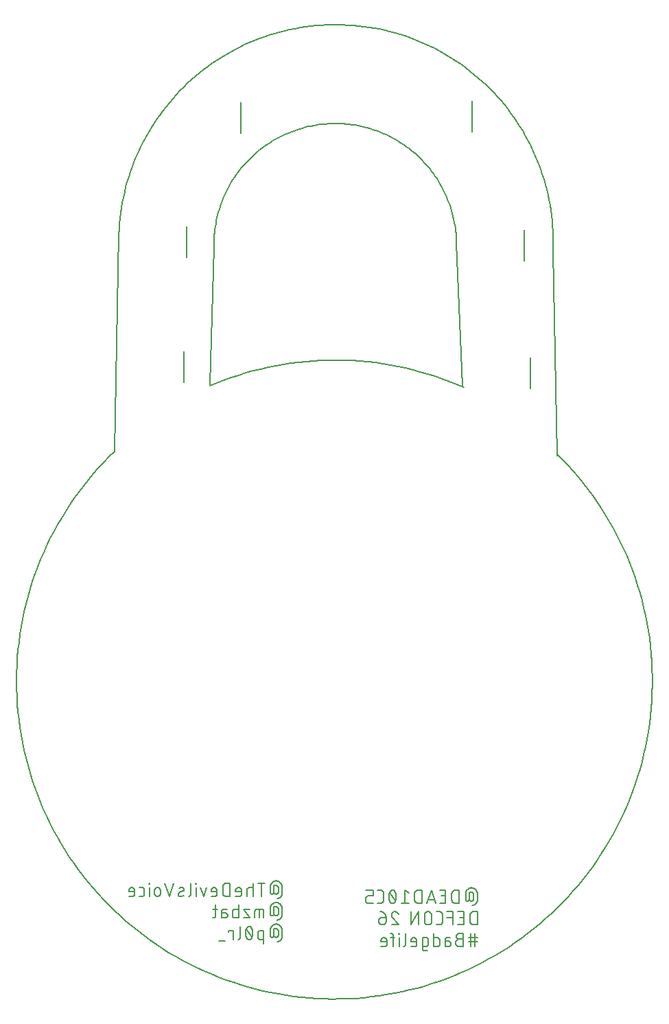
<source format=gbo>
G04 EAGLE Gerber X2 export*
G75*
%MOMM*%
%FSLAX34Y34*%
%LPD*%
%AMOC8*
5,1,8,0,0,1.08239X$1,22.5*%
G01*
%ADD10C,0.152400*%
%ADD11C,0.203200*%


D10*
X540750Y761250D02*
X532044Y765004D01*
X523248Y768545D01*
X514370Y771872D01*
X505413Y774981D01*
X496383Y777871D01*
X487285Y780541D01*
X478125Y782989D01*
X468908Y785213D01*
X459640Y787212D01*
X450326Y788985D01*
X440972Y790530D01*
X431583Y791848D01*
X422164Y792937D01*
X412722Y793796D01*
X403261Y794426D01*
X393788Y794825D01*
X384309Y794993D01*
X374828Y794931D01*
X365351Y794637D01*
X355884Y794114D01*
X346433Y793360D01*
X337003Y792377D01*
X327599Y791164D01*
X318228Y789723D01*
X308895Y788054D01*
X299605Y786158D01*
X290364Y784038D01*
X281177Y781692D01*
X272050Y779125D01*
X262988Y776335D01*
X253997Y773326D01*
X245082Y770099D01*
X236248Y766657D01*
X227500Y763000D01*
X227500Y764750D02*
X232750Y934500D01*
X532000Y939750D02*
X539000Y763000D01*
X532000Y939750D02*
X531892Y943393D01*
X531695Y947032D01*
X531409Y950665D01*
X531035Y954290D01*
X530573Y957905D01*
X530023Y961508D01*
X529386Y965096D01*
X528661Y968667D01*
X527850Y972220D01*
X526952Y975752D01*
X525968Y979261D01*
X524900Y982746D01*
X523747Y986203D01*
X522510Y989631D01*
X521189Y993027D01*
X519787Y996391D01*
X518303Y999720D01*
X516738Y1003011D01*
X515094Y1006263D01*
X513371Y1009475D01*
X511571Y1012643D01*
X509693Y1015767D01*
X507741Y1018844D01*
X505714Y1021872D01*
X503613Y1024851D01*
X501441Y1027777D01*
X499198Y1030650D01*
X496886Y1033467D01*
X494506Y1036226D01*
X492060Y1038928D01*
X489548Y1041568D01*
X486973Y1044147D01*
X484336Y1046662D01*
X481639Y1049113D01*
X478882Y1051497D01*
X476068Y1053813D01*
X473199Y1056060D01*
X470276Y1058236D01*
X467301Y1060341D01*
X464275Y1062372D01*
X461201Y1064330D01*
X458080Y1066211D01*
X454914Y1068017D01*
X451705Y1069744D01*
X448455Y1071393D01*
X445166Y1072962D01*
X441840Y1074451D01*
X438478Y1075858D01*
X435083Y1077183D01*
X431657Y1078425D01*
X428202Y1079584D01*
X424719Y1080657D01*
X421211Y1081646D01*
X417681Y1082549D01*
X414129Y1083365D01*
X410558Y1084095D01*
X406971Y1084738D01*
X403369Y1085293D01*
X399755Y1085760D01*
X396130Y1086139D01*
X392498Y1086430D01*
X388859Y1086632D01*
X385216Y1086746D01*
X381572Y1086771D01*
X377928Y1086707D01*
X374287Y1086554D01*
X370651Y1086313D01*
X367021Y1085983D01*
X363401Y1085565D01*
X359792Y1085059D01*
X356196Y1084465D01*
X352616Y1083784D01*
X349054Y1083016D01*
X345511Y1082161D01*
X341990Y1081221D01*
X338493Y1080195D01*
X335022Y1079084D01*
X331580Y1077888D01*
X328167Y1076610D01*
X324786Y1075248D01*
X321440Y1073805D01*
X318130Y1072281D01*
X314858Y1070676D01*
X311626Y1068993D01*
X308435Y1067231D01*
X305289Y1065392D01*
X302189Y1063476D01*
X299136Y1061486D01*
X296132Y1059422D01*
X293179Y1057286D01*
X290280Y1055078D01*
X287435Y1052801D01*
X284646Y1050455D01*
X281916Y1048041D01*
X279244Y1045562D01*
X276634Y1043019D01*
X274087Y1040412D01*
X271604Y1037745D01*
X269187Y1035018D01*
X266837Y1032232D01*
X264555Y1029391D01*
X262343Y1026494D01*
X260202Y1023545D01*
X258134Y1020544D01*
X256140Y1017494D01*
X254220Y1014396D01*
X252376Y1011253D01*
X250610Y1008065D01*
X248922Y1004835D01*
X247312Y1001566D01*
X245783Y998258D01*
X244335Y994913D01*
X242969Y991535D01*
X241685Y988124D01*
X240485Y984683D01*
X239369Y981214D01*
X238338Y977718D01*
X237392Y974199D01*
X236532Y970657D01*
X235759Y967096D01*
X235073Y963517D01*
X234474Y959922D01*
X233962Y956314D01*
X233539Y952694D01*
X233204Y949065D01*
X232958Y945429D01*
X232800Y941788D01*
X232730Y938144D01*
X232750Y934500D01*
X115499Y950250D02*
X115814Y956797D01*
X116288Y963334D01*
X116922Y969858D01*
X117715Y976364D01*
X118668Y982849D01*
X119778Y989309D01*
X121047Y995739D01*
X122472Y1002137D01*
X124053Y1008498D01*
X125789Y1014818D01*
X127679Y1021094D01*
X129722Y1027322D01*
X131917Y1033498D01*
X134263Y1039618D01*
X136757Y1045679D01*
X139398Y1051678D01*
X142186Y1057610D01*
X145118Y1063472D01*
X148192Y1069261D01*
X151407Y1074972D01*
X154761Y1080604D01*
X158251Y1086151D01*
X161876Y1091612D01*
X165634Y1096983D01*
X169521Y1102259D01*
X173537Y1107440D01*
X177678Y1112520D01*
X181942Y1117498D01*
X186327Y1122370D01*
X190829Y1127133D01*
X195446Y1131785D01*
X200176Y1136322D01*
X205016Y1140743D01*
X209962Y1145044D01*
X215011Y1149222D01*
X220162Y1153276D01*
X225410Y1157202D01*
X230752Y1161000D01*
X236186Y1164665D01*
X241708Y1168196D01*
X247314Y1171591D01*
X253002Y1174849D01*
X258768Y1177966D01*
X264608Y1180941D01*
X270520Y1183772D01*
X276498Y1186458D01*
X282541Y1188997D01*
X288644Y1191387D01*
X294803Y1193628D01*
X301016Y1195717D01*
X307278Y1197654D01*
X313585Y1199437D01*
X319934Y1201065D01*
X326321Y1202537D01*
X332742Y1203853D01*
X339193Y1205011D01*
X345671Y1206011D01*
X352171Y1206853D01*
X358689Y1207535D01*
X365223Y1208058D01*
X371767Y1208421D01*
X378319Y1208623D01*
X384873Y1208666D01*
X391426Y1208548D01*
X397975Y1208269D01*
X404514Y1207831D01*
X411041Y1207233D01*
X417552Y1206476D01*
X424042Y1205559D01*
X430508Y1204484D01*
X436945Y1203251D01*
X443350Y1201862D01*
X449720Y1200316D01*
X456049Y1198614D01*
X462336Y1196759D01*
X468575Y1194750D01*
X474763Y1192589D01*
X480896Y1190278D01*
X486971Y1187817D01*
X492984Y1185208D01*
X498931Y1182454D01*
X504809Y1179554D01*
X510615Y1176512D01*
X516344Y1173328D01*
X521994Y1170006D01*
X527561Y1166546D01*
X533042Y1162951D01*
X538433Y1159224D01*
X543731Y1155365D01*
X548933Y1151378D01*
X554037Y1147265D01*
X559038Y1143029D01*
X563934Y1138671D01*
X568722Y1134195D01*
X573399Y1129603D01*
X577963Y1124899D01*
X582410Y1120084D01*
X586738Y1115161D01*
X590944Y1110135D01*
X595026Y1105007D01*
X598982Y1099781D01*
X602808Y1094459D01*
X606503Y1089046D01*
X610065Y1083544D01*
X613491Y1077956D01*
X616780Y1072286D01*
X619929Y1066538D01*
X622936Y1060714D01*
X625800Y1054818D01*
X628519Y1048854D01*
X631091Y1042826D01*
X633515Y1036736D01*
X635790Y1030589D01*
X637913Y1024388D01*
X639884Y1018137D01*
X641702Y1011840D01*
X643365Y1005500D01*
X644873Y999121D01*
X646224Y992708D01*
X647418Y986263D01*
X648454Y979791D01*
X649331Y973296D01*
X650049Y966781D01*
X650608Y960250D01*
X651007Y953708D01*
X651246Y947158D01*
X651324Y940604D01*
X651242Y934050D01*
X651000Y927500D01*
X115500Y950250D02*
X110250Y682500D01*
X656250Y677250D02*
X651000Y929250D01*
X656250Y679000D02*
X663012Y672198D01*
X669605Y665232D01*
X676027Y658107D01*
X682272Y650827D01*
X688337Y643397D01*
X694219Y635821D01*
X699914Y628103D01*
X705418Y620248D01*
X710729Y612261D01*
X715842Y604146D01*
X720756Y595909D01*
X725467Y587554D01*
X729973Y579087D01*
X734270Y570511D01*
X738356Y561834D01*
X742229Y553059D01*
X745886Y544192D01*
X749325Y535238D01*
X752544Y526203D01*
X755541Y517092D01*
X758315Y507910D01*
X760863Y498663D01*
X763184Y489357D01*
X765278Y479996D01*
X767141Y470588D01*
X768775Y461136D01*
X770176Y451648D01*
X771345Y442128D01*
X772281Y432582D01*
X772984Y423016D01*
X773452Y413436D01*
X773686Y403847D01*
X773685Y394256D01*
X773450Y384667D01*
X772981Y375087D01*
X772277Y365522D01*
X771340Y355976D01*
X770170Y346456D01*
X768767Y336968D01*
X767133Y327516D01*
X765268Y318108D01*
X763174Y308748D01*
X760851Y299442D01*
X758302Y290195D01*
X755527Y281014D01*
X752529Y271903D01*
X749308Y262868D01*
X745868Y253915D01*
X742210Y245048D01*
X738337Y236274D01*
X734249Y227597D01*
X729951Y219022D01*
X725445Y210555D01*
X720733Y202201D01*
X715818Y193964D01*
X710703Y185850D01*
X705392Y177864D01*
X699886Y170009D01*
X694191Y162292D01*
X688308Y154716D01*
X682242Y147287D01*
X675996Y140008D01*
X669574Y132884D01*
X662979Y125919D01*
X656217Y119117D01*
X649290Y112482D01*
X642202Y106019D01*
X634959Y99732D01*
X627565Y93623D01*
X620023Y87697D01*
X612339Y81957D01*
X604516Y76406D01*
X596561Y71049D01*
X588476Y65887D01*
X580268Y60925D01*
X571941Y56165D01*
X563500Y51610D01*
X554950Y47262D01*
X546297Y43126D01*
X537545Y39201D01*
X528700Y35492D01*
X519766Y32001D01*
X510750Y28729D01*
X501657Y25678D01*
X492491Y22850D01*
X483260Y20248D01*
X473967Y17872D01*
X464619Y15723D01*
X455222Y13804D01*
X445780Y12116D01*
X436300Y10658D01*
X426787Y9433D01*
X417247Y8441D01*
X407685Y7683D01*
X398108Y7158D01*
X388521Y6868D01*
X378929Y6812D01*
X369340Y6991D01*
X359757Y7404D01*
X350187Y8051D01*
X340636Y8932D01*
X331110Y10047D01*
X321613Y11394D01*
X312153Y12972D01*
X302733Y14782D01*
X293361Y16821D01*
X284042Y19089D01*
X274780Y21584D01*
X265583Y24305D01*
X256454Y27250D01*
X247401Y30417D01*
X238427Y33804D01*
X229539Y37410D01*
X220742Y41232D01*
X212041Y45268D01*
X203442Y49516D01*
X194948Y53972D01*
X186566Y58635D01*
X178301Y63502D01*
X170157Y68569D01*
X162140Y73833D01*
X154253Y79292D01*
X146503Y84943D01*
X138893Y90781D01*
X131427Y96803D01*
X124112Y103006D01*
X116950Y109386D01*
X109946Y115940D01*
X103105Y122662D01*
X96430Y129550D01*
X89926Y136599D01*
X83595Y143805D01*
X77443Y151164D01*
X71473Y158671D01*
X65688Y166321D01*
X60091Y174111D01*
X54687Y182035D01*
X49478Y190089D01*
X44468Y198268D01*
X39659Y206566D01*
X35054Y214980D01*
X30657Y223505D01*
X26469Y232134D01*
X22494Y240862D01*
X18733Y249686D01*
X15189Y258599D01*
X11864Y267595D01*
X8760Y276671D01*
X5878Y285819D01*
X3221Y295035D01*
X791Y304314D01*
X-1412Y313649D01*
X-3386Y323035D01*
X-5131Y332467D01*
X-6644Y341938D01*
X-7924Y351444D01*
X-8973Y360978D01*
X-9787Y370535D01*
X-10368Y380109D01*
X-10715Y389694D01*
X-10827Y399285D01*
X-10705Y408876D01*
X-10348Y418460D01*
X-9757Y428034D01*
X-8932Y437590D01*
X-7873Y447123D01*
X-6582Y456627D01*
X-5059Y466097D01*
X-3305Y475527D01*
X-1321Y484911D01*
X892Y494243D01*
X3333Y503519D01*
X6000Y512733D01*
X8891Y521878D01*
X12005Y530950D01*
X15339Y539943D01*
X18893Y548852D01*
X22663Y557671D01*
X26648Y566396D01*
X30845Y575021D01*
X35252Y583540D01*
X39865Y591949D01*
X44683Y600243D01*
X49702Y608416D01*
X54919Y616465D01*
X60332Y624383D01*
X65937Y632167D01*
X71730Y639811D01*
X77708Y647311D01*
X83869Y654663D01*
X90206Y661862D01*
X96719Y668904D01*
X103401Y675785D01*
X110249Y682501D01*
X306804Y147149D02*
X309513Y147149D01*
X309513Y147148D02*
X309614Y147146D01*
X309715Y147140D01*
X309816Y147131D01*
X309917Y147118D01*
X310017Y147101D01*
X310116Y147080D01*
X310214Y147056D01*
X310311Y147028D01*
X310408Y146996D01*
X310503Y146961D01*
X310596Y146922D01*
X310688Y146880D01*
X310779Y146834D01*
X310868Y146785D01*
X310954Y146733D01*
X311039Y146677D01*
X311122Y146619D01*
X311202Y146557D01*
X311280Y146492D01*
X311356Y146425D01*
X311429Y146355D01*
X311499Y146282D01*
X311566Y146206D01*
X311631Y146128D01*
X311693Y146048D01*
X311751Y145965D01*
X311807Y145880D01*
X311859Y145794D01*
X311908Y145705D01*
X311954Y145614D01*
X311996Y145522D01*
X312035Y145429D01*
X312070Y145334D01*
X312102Y145237D01*
X312130Y145140D01*
X312154Y145042D01*
X312175Y144943D01*
X312192Y144843D01*
X312205Y144742D01*
X312214Y144641D01*
X312220Y144540D01*
X312222Y144439D01*
X312222Y139021D01*
X312220Y138918D01*
X312214Y138816D01*
X312205Y138714D01*
X312191Y138612D01*
X312174Y138511D01*
X312152Y138411D01*
X312127Y138312D01*
X312099Y138213D01*
X312066Y138116D01*
X312030Y138020D01*
X311991Y137925D01*
X311947Y137832D01*
X311901Y137741D01*
X311850Y137652D01*
X311797Y137564D01*
X311740Y137479D01*
X311680Y137396D01*
X311617Y137315D01*
X311551Y137236D01*
X311482Y137161D01*
X311410Y137087D01*
X311336Y137017D01*
X311259Y136949D01*
X311179Y136885D01*
X311097Y136823D01*
X311013Y136765D01*
X310926Y136710D01*
X310838Y136658D01*
X310747Y136610D01*
X310655Y136565D01*
X310562Y136523D01*
X310466Y136485D01*
X310370Y136451D01*
X310272Y136420D01*
X310173Y136394D01*
X310073Y136370D01*
X309972Y136351D01*
X309871Y136336D01*
X309769Y136324D01*
X309667Y136316D01*
X309564Y136312D01*
X309462Y136312D01*
X309359Y136316D01*
X309257Y136324D01*
X309155Y136336D01*
X309054Y136351D01*
X308953Y136370D01*
X308853Y136394D01*
X308754Y136420D01*
X308656Y136451D01*
X308560Y136485D01*
X308464Y136523D01*
X308371Y136565D01*
X308279Y136610D01*
X308188Y136658D01*
X308100Y136710D01*
X308013Y136765D01*
X307929Y136823D01*
X307847Y136885D01*
X307767Y136949D01*
X307690Y137017D01*
X307616Y137087D01*
X307544Y137161D01*
X307475Y137236D01*
X307409Y137315D01*
X307346Y137396D01*
X307286Y137479D01*
X307229Y137564D01*
X307176Y137652D01*
X307125Y137741D01*
X307079Y137832D01*
X307035Y137925D01*
X306996Y138020D01*
X306960Y138116D01*
X306927Y138213D01*
X306899Y138312D01*
X306874Y138411D01*
X306852Y138511D01*
X306835Y138612D01*
X306821Y138714D01*
X306812Y138816D01*
X306806Y138918D01*
X306804Y139021D01*
X306804Y138569D02*
X306804Y147149D01*
X306804Y138569D02*
X306802Y138476D01*
X306796Y138383D01*
X306787Y138290D01*
X306773Y138197D01*
X306756Y138106D01*
X306735Y138015D01*
X306710Y137925D01*
X306682Y137836D01*
X306650Y137748D01*
X306614Y137662D01*
X306575Y137577D01*
X306532Y137494D01*
X306486Y137413D01*
X306436Y137334D01*
X306384Y137257D01*
X306328Y137182D01*
X306269Y137110D01*
X306207Y137040D01*
X306143Y136972D01*
X306075Y136908D01*
X306005Y136846D01*
X305933Y136787D01*
X305858Y136731D01*
X305781Y136679D01*
X305702Y136629D01*
X305621Y136583D01*
X305538Y136540D01*
X305453Y136501D01*
X305367Y136465D01*
X305279Y136433D01*
X305190Y136405D01*
X305100Y136380D01*
X305009Y136359D01*
X304918Y136342D01*
X304825Y136328D01*
X304732Y136319D01*
X304639Y136313D01*
X304546Y136311D01*
X304453Y136313D01*
X304360Y136319D01*
X304267Y136328D01*
X304174Y136342D01*
X304083Y136359D01*
X303992Y136380D01*
X303902Y136405D01*
X303813Y136433D01*
X303725Y136465D01*
X303639Y136501D01*
X303554Y136540D01*
X303471Y136583D01*
X303390Y136629D01*
X303311Y136679D01*
X303234Y136731D01*
X303159Y136787D01*
X303087Y136846D01*
X303017Y136908D01*
X302949Y136972D01*
X302885Y137040D01*
X302823Y137110D01*
X302764Y137182D01*
X302708Y137257D01*
X302656Y137334D01*
X302606Y137413D01*
X302560Y137494D01*
X302517Y137577D01*
X302478Y137662D01*
X302442Y137748D01*
X302410Y137836D01*
X302382Y137925D01*
X302357Y138015D01*
X302336Y138106D01*
X302319Y138197D01*
X302305Y138290D01*
X302296Y138383D01*
X302290Y138476D01*
X302288Y138569D01*
X302288Y145342D01*
X302290Y145518D01*
X302297Y145694D01*
X302307Y145869D01*
X302322Y146045D01*
X302341Y146220D01*
X302365Y146394D01*
X302393Y146568D01*
X302425Y146741D01*
X302461Y146913D01*
X302501Y147084D01*
X302546Y147254D01*
X302594Y147424D01*
X302647Y147591D01*
X302704Y147758D01*
X302765Y147923D01*
X302830Y148087D01*
X302898Y148248D01*
X302971Y148409D01*
X303048Y148567D01*
X303128Y148724D01*
X303212Y148878D01*
X303300Y149030D01*
X303392Y149181D01*
X303487Y149329D01*
X303586Y149474D01*
X303689Y149617D01*
X303794Y149758D01*
X303904Y149896D01*
X304016Y150031D01*
X304132Y150163D01*
X304251Y150293D01*
X304373Y150420D01*
X304498Y150543D01*
X304626Y150664D01*
X304758Y150781D01*
X304891Y150895D01*
X305028Y151006D01*
X305167Y151114D01*
X305309Y151218D01*
X305453Y151319D01*
X305600Y151416D01*
X305749Y151509D01*
X305901Y151599D01*
X306054Y151685D01*
X306209Y151767D01*
X306367Y151846D01*
X306526Y151921D01*
X306687Y151992D01*
X306850Y152058D01*
X307014Y152121D01*
X307180Y152180D01*
X307347Y152235D01*
X307516Y152285D01*
X307686Y152332D01*
X307856Y152374D01*
X308028Y152413D01*
X308201Y152447D01*
X308374Y152477D01*
X308548Y152502D01*
X308723Y152524D01*
X308898Y152541D01*
X309073Y152554D01*
X309249Y152562D01*
X309425Y152566D01*
X309601Y152566D01*
X309777Y152562D01*
X309953Y152554D01*
X310128Y152541D01*
X310303Y152524D01*
X310478Y152502D01*
X310652Y152477D01*
X310825Y152447D01*
X310998Y152413D01*
X311170Y152374D01*
X311340Y152332D01*
X311510Y152285D01*
X311679Y152235D01*
X311846Y152180D01*
X312012Y152121D01*
X312176Y152058D01*
X312339Y151992D01*
X312500Y151921D01*
X312659Y151846D01*
X312817Y151767D01*
X312972Y151685D01*
X313126Y151599D01*
X313277Y151509D01*
X313426Y151416D01*
X313573Y151319D01*
X313717Y151218D01*
X313859Y151114D01*
X313998Y151006D01*
X314135Y150895D01*
X314268Y150781D01*
X314400Y150664D01*
X314528Y150543D01*
X314653Y150420D01*
X314775Y150293D01*
X314894Y150163D01*
X315010Y150031D01*
X315122Y149896D01*
X315232Y149758D01*
X315337Y149617D01*
X315440Y149474D01*
X315539Y149329D01*
X315634Y149181D01*
X315726Y149030D01*
X315814Y148878D01*
X315898Y148724D01*
X315978Y148567D01*
X316055Y148409D01*
X316128Y148248D01*
X316196Y148087D01*
X316261Y147923D01*
X316322Y147758D01*
X316379Y147591D01*
X316432Y147424D01*
X316480Y147254D01*
X316525Y147084D01*
X316565Y146913D01*
X316601Y146741D01*
X316633Y146568D01*
X316661Y146394D01*
X316685Y146220D01*
X316704Y146045D01*
X316719Y145869D01*
X316729Y145694D01*
X316736Y145518D01*
X316738Y145342D01*
X316738Y137666D01*
X316736Y137502D01*
X316730Y137337D01*
X316720Y137173D01*
X316706Y137009D01*
X316688Y136846D01*
X316666Y136683D01*
X316641Y136520D01*
X316611Y136359D01*
X316577Y136198D01*
X316540Y136038D01*
X316498Y135878D01*
X316453Y135720D01*
X316404Y135563D01*
X316351Y135408D01*
X316295Y135253D01*
X316234Y135100D01*
X316170Y134949D01*
X316103Y134799D01*
X316032Y134651D01*
X315957Y134504D01*
X315878Y134360D01*
X315797Y134217D01*
X315711Y134076D01*
X315623Y133938D01*
X315531Y133801D01*
X315435Y133667D01*
X315337Y133536D01*
X315235Y133406D01*
X315131Y133280D01*
X315023Y133155D01*
X314912Y133034D01*
X314798Y132915D01*
X314682Y132799D01*
X314563Y132686D01*
X314441Y132575D01*
X314316Y132468D01*
X314189Y132364D01*
X314059Y132263D01*
X313927Y132165D01*
X313793Y132070D01*
X313656Y131978D01*
X313517Y131890D01*
X313376Y131806D01*
X313233Y131724D01*
X313088Y131647D01*
X312942Y131572D01*
X312793Y131502D01*
X312643Y131434D01*
X312491Y131371D01*
X312338Y131311D01*
X312184Y131255D01*
X312028Y131203D01*
X311870Y131155D01*
X311712Y131110D01*
X311553Y131069D01*
X311393Y131032D01*
X311232Y130999D01*
X311070Y130970D01*
X310907Y130945D01*
X310744Y130924D01*
X310581Y130906D01*
X310417Y130893D01*
X291277Y133602D02*
X291277Y149858D01*
X295792Y149858D02*
X286761Y149858D01*
X280821Y149858D02*
X280821Y133602D01*
X280821Y144439D02*
X276305Y144439D01*
X276201Y144437D01*
X276098Y144431D01*
X275994Y144421D01*
X275891Y144407D01*
X275789Y144389D01*
X275688Y144368D01*
X275587Y144342D01*
X275488Y144313D01*
X275389Y144280D01*
X275292Y144243D01*
X275197Y144202D01*
X275103Y144158D01*
X275011Y144110D01*
X274921Y144059D01*
X274832Y144004D01*
X274746Y143946D01*
X274663Y143884D01*
X274581Y143820D01*
X274503Y143752D01*
X274427Y143682D01*
X274353Y143609D01*
X274283Y143532D01*
X274215Y143454D01*
X274151Y143372D01*
X274089Y143289D01*
X274031Y143203D01*
X273976Y143114D01*
X273925Y143024D01*
X273877Y142932D01*
X273833Y142838D01*
X273792Y142743D01*
X273755Y142646D01*
X273722Y142547D01*
X273693Y142448D01*
X273667Y142347D01*
X273646Y142246D01*
X273628Y142144D01*
X273614Y142041D01*
X273604Y141937D01*
X273598Y141834D01*
X273596Y141730D01*
X273596Y133602D01*
X264044Y133602D02*
X259528Y133602D01*
X264044Y133602D02*
X264145Y133604D01*
X264246Y133610D01*
X264347Y133619D01*
X264448Y133632D01*
X264548Y133649D01*
X264647Y133670D01*
X264745Y133694D01*
X264842Y133722D01*
X264939Y133754D01*
X265034Y133789D01*
X265127Y133828D01*
X265219Y133870D01*
X265310Y133916D01*
X265399Y133965D01*
X265485Y134017D01*
X265570Y134073D01*
X265653Y134131D01*
X265733Y134193D01*
X265811Y134258D01*
X265887Y134325D01*
X265960Y134395D01*
X266030Y134468D01*
X266097Y134544D01*
X266162Y134622D01*
X266224Y134702D01*
X266282Y134785D01*
X266338Y134870D01*
X266390Y134956D01*
X266439Y135045D01*
X266485Y135136D01*
X266527Y135228D01*
X266566Y135321D01*
X266601Y135416D01*
X266633Y135513D01*
X266661Y135610D01*
X266685Y135708D01*
X266706Y135807D01*
X266723Y135907D01*
X266736Y136008D01*
X266745Y136109D01*
X266751Y136210D01*
X266753Y136311D01*
X266753Y140827D01*
X266752Y140827D02*
X266750Y140946D01*
X266744Y141066D01*
X266734Y141185D01*
X266720Y141303D01*
X266703Y141422D01*
X266681Y141539D01*
X266656Y141656D01*
X266626Y141771D01*
X266593Y141886D01*
X266556Y142000D01*
X266516Y142112D01*
X266471Y142223D01*
X266423Y142332D01*
X266372Y142440D01*
X266317Y142546D01*
X266258Y142650D01*
X266196Y142752D01*
X266131Y142852D01*
X266062Y142950D01*
X265990Y143046D01*
X265915Y143139D01*
X265838Y143229D01*
X265757Y143317D01*
X265673Y143402D01*
X265586Y143484D01*
X265497Y143564D01*
X265405Y143640D01*
X265311Y143714D01*
X265214Y143784D01*
X265116Y143851D01*
X265015Y143915D01*
X264911Y143975D01*
X264806Y144032D01*
X264699Y144085D01*
X264591Y144135D01*
X264481Y144181D01*
X264369Y144223D01*
X264256Y144262D01*
X264142Y144297D01*
X264027Y144328D01*
X263910Y144356D01*
X263793Y144379D01*
X263676Y144399D01*
X263557Y144415D01*
X263438Y144427D01*
X263319Y144435D01*
X263200Y144439D01*
X263080Y144439D01*
X262961Y144435D01*
X262842Y144427D01*
X262723Y144415D01*
X262604Y144399D01*
X262487Y144379D01*
X262370Y144356D01*
X262253Y144328D01*
X262138Y144297D01*
X262024Y144262D01*
X261911Y144223D01*
X261799Y144181D01*
X261689Y144135D01*
X261581Y144085D01*
X261474Y144032D01*
X261369Y143975D01*
X261265Y143915D01*
X261164Y143851D01*
X261066Y143784D01*
X260969Y143714D01*
X260875Y143640D01*
X260783Y143564D01*
X260694Y143484D01*
X260607Y143402D01*
X260523Y143317D01*
X260442Y143229D01*
X260365Y143139D01*
X260290Y143046D01*
X260218Y142950D01*
X260149Y142852D01*
X260084Y142752D01*
X260022Y142650D01*
X259963Y142546D01*
X259908Y142440D01*
X259857Y142332D01*
X259809Y142223D01*
X259764Y142112D01*
X259724Y142000D01*
X259687Y141886D01*
X259654Y141771D01*
X259624Y141656D01*
X259599Y141539D01*
X259577Y141422D01*
X259560Y141303D01*
X259546Y141185D01*
X259536Y141066D01*
X259530Y140946D01*
X259528Y140827D01*
X259528Y139021D01*
X266753Y139021D01*
X252546Y133602D02*
X252546Y149858D01*
X248030Y149858D01*
X247899Y149856D01*
X247767Y149850D01*
X247636Y149841D01*
X247506Y149827D01*
X247375Y149810D01*
X247246Y149789D01*
X247117Y149765D01*
X246989Y149736D01*
X246861Y149704D01*
X246735Y149668D01*
X246610Y149629D01*
X246485Y149586D01*
X246363Y149539D01*
X246241Y149489D01*
X246121Y149435D01*
X246003Y149378D01*
X245887Y149317D01*
X245772Y149253D01*
X245659Y149186D01*
X245548Y149115D01*
X245440Y149041D01*
X245333Y148964D01*
X245229Y148884D01*
X245127Y148801D01*
X245028Y148716D01*
X244931Y148627D01*
X244837Y148535D01*
X244745Y148441D01*
X244656Y148344D01*
X244571Y148245D01*
X244488Y148143D01*
X244408Y148039D01*
X244331Y147932D01*
X244257Y147824D01*
X244186Y147713D01*
X244119Y147600D01*
X244055Y147485D01*
X243994Y147369D01*
X243937Y147251D01*
X243883Y147131D01*
X243833Y147009D01*
X243786Y146887D01*
X243743Y146762D01*
X243704Y146637D01*
X243668Y146511D01*
X243636Y146383D01*
X243607Y146255D01*
X243583Y146126D01*
X243562Y145997D01*
X243545Y145866D01*
X243531Y145736D01*
X243522Y145605D01*
X243516Y145473D01*
X243514Y145342D01*
X243515Y145342D02*
X243515Y138118D01*
X243514Y138118D02*
X243516Y137987D01*
X243522Y137855D01*
X243531Y137724D01*
X243545Y137594D01*
X243562Y137463D01*
X243583Y137334D01*
X243607Y137205D01*
X243636Y137077D01*
X243668Y136949D01*
X243704Y136823D01*
X243743Y136698D01*
X243786Y136573D01*
X243833Y136451D01*
X243883Y136329D01*
X243937Y136209D01*
X243994Y136091D01*
X244055Y135975D01*
X244119Y135860D01*
X244186Y135747D01*
X244257Y135636D01*
X244331Y135528D01*
X244408Y135421D01*
X244488Y135317D01*
X244571Y135215D01*
X244656Y135116D01*
X244745Y135019D01*
X244837Y134925D01*
X244931Y134833D01*
X245028Y134744D01*
X245127Y134659D01*
X245229Y134576D01*
X245333Y134496D01*
X245440Y134419D01*
X245548Y134345D01*
X245659Y134274D01*
X245772Y134207D01*
X245887Y134143D01*
X246003Y134082D01*
X246121Y134025D01*
X246241Y133971D01*
X246363Y133921D01*
X246485Y133874D01*
X246610Y133831D01*
X246735Y133792D01*
X246861Y133756D01*
X246989Y133724D01*
X247117Y133695D01*
X247246Y133671D01*
X247375Y133650D01*
X247506Y133633D01*
X247636Y133619D01*
X247767Y133610D01*
X247899Y133604D01*
X248030Y133602D01*
X252546Y133602D01*
X233823Y133602D02*
X229308Y133602D01*
X233823Y133602D02*
X233924Y133604D01*
X234025Y133610D01*
X234126Y133619D01*
X234227Y133632D01*
X234327Y133649D01*
X234426Y133670D01*
X234524Y133694D01*
X234621Y133722D01*
X234718Y133754D01*
X234813Y133789D01*
X234906Y133828D01*
X234998Y133870D01*
X235089Y133916D01*
X235178Y133965D01*
X235264Y134017D01*
X235349Y134073D01*
X235432Y134131D01*
X235512Y134193D01*
X235590Y134258D01*
X235666Y134325D01*
X235739Y134395D01*
X235809Y134468D01*
X235876Y134544D01*
X235941Y134622D01*
X236003Y134702D01*
X236061Y134785D01*
X236117Y134870D01*
X236169Y134956D01*
X236218Y135045D01*
X236264Y135136D01*
X236306Y135228D01*
X236345Y135321D01*
X236380Y135416D01*
X236412Y135513D01*
X236440Y135610D01*
X236464Y135708D01*
X236485Y135807D01*
X236502Y135907D01*
X236515Y136008D01*
X236524Y136109D01*
X236530Y136210D01*
X236532Y136311D01*
X236533Y136311D02*
X236533Y140827D01*
X236532Y140827D02*
X236530Y140946D01*
X236524Y141066D01*
X236514Y141185D01*
X236500Y141303D01*
X236483Y141422D01*
X236461Y141539D01*
X236436Y141656D01*
X236406Y141771D01*
X236373Y141886D01*
X236336Y142000D01*
X236296Y142112D01*
X236251Y142223D01*
X236203Y142332D01*
X236152Y142440D01*
X236097Y142546D01*
X236038Y142650D01*
X235976Y142752D01*
X235911Y142852D01*
X235842Y142950D01*
X235770Y143046D01*
X235695Y143139D01*
X235618Y143229D01*
X235537Y143317D01*
X235453Y143402D01*
X235366Y143484D01*
X235277Y143564D01*
X235185Y143640D01*
X235091Y143714D01*
X234994Y143784D01*
X234896Y143851D01*
X234795Y143915D01*
X234691Y143975D01*
X234586Y144032D01*
X234479Y144085D01*
X234371Y144135D01*
X234261Y144181D01*
X234149Y144223D01*
X234036Y144262D01*
X233922Y144297D01*
X233807Y144328D01*
X233690Y144356D01*
X233573Y144379D01*
X233456Y144399D01*
X233337Y144415D01*
X233218Y144427D01*
X233099Y144435D01*
X232980Y144439D01*
X232860Y144439D01*
X232741Y144435D01*
X232622Y144427D01*
X232503Y144415D01*
X232384Y144399D01*
X232267Y144379D01*
X232150Y144356D01*
X232033Y144328D01*
X231918Y144297D01*
X231804Y144262D01*
X231691Y144223D01*
X231579Y144181D01*
X231469Y144135D01*
X231361Y144085D01*
X231254Y144032D01*
X231149Y143975D01*
X231045Y143915D01*
X230944Y143851D01*
X230846Y143784D01*
X230749Y143714D01*
X230655Y143640D01*
X230563Y143564D01*
X230474Y143484D01*
X230387Y143402D01*
X230303Y143317D01*
X230222Y143229D01*
X230145Y143139D01*
X230070Y143046D01*
X229998Y142950D01*
X229929Y142852D01*
X229864Y142752D01*
X229802Y142650D01*
X229743Y142546D01*
X229688Y142440D01*
X229637Y142332D01*
X229589Y142223D01*
X229544Y142112D01*
X229504Y142000D01*
X229467Y141886D01*
X229434Y141771D01*
X229404Y141656D01*
X229379Y141539D01*
X229357Y141422D01*
X229340Y141303D01*
X229326Y141185D01*
X229316Y141066D01*
X229310Y140946D01*
X229308Y140827D01*
X229308Y139021D01*
X236533Y139021D01*
X223507Y144439D02*
X219894Y133602D01*
X216282Y144439D01*
X210515Y144439D02*
X210515Y133602D01*
X210967Y148955D02*
X210967Y149858D01*
X210064Y149858D01*
X210064Y148955D01*
X210967Y148955D01*
X203991Y149858D02*
X203991Y136311D01*
X203989Y136210D01*
X203983Y136109D01*
X203974Y136008D01*
X203961Y135907D01*
X203944Y135807D01*
X203923Y135708D01*
X203899Y135610D01*
X203871Y135513D01*
X203839Y135416D01*
X203804Y135321D01*
X203765Y135228D01*
X203723Y135136D01*
X203677Y135045D01*
X203628Y134956D01*
X203576Y134870D01*
X203520Y134785D01*
X203462Y134702D01*
X203400Y134622D01*
X203335Y134544D01*
X203268Y134468D01*
X203198Y134395D01*
X203125Y134325D01*
X203049Y134258D01*
X202971Y134193D01*
X202891Y134131D01*
X202808Y134073D01*
X202723Y134017D01*
X202637Y133965D01*
X202548Y133916D01*
X202457Y133870D01*
X202365Y133828D01*
X202272Y133789D01*
X202177Y133754D01*
X202080Y133722D01*
X201983Y133694D01*
X201885Y133670D01*
X201786Y133649D01*
X201686Y133632D01*
X201585Y133619D01*
X201484Y133610D01*
X201383Y133604D01*
X201282Y133602D01*
X194537Y139924D02*
X190021Y138118D01*
X194537Y139924D02*
X194625Y139961D01*
X194711Y140002D01*
X194796Y140046D01*
X194879Y140094D01*
X194959Y140145D01*
X195038Y140199D01*
X195114Y140257D01*
X195188Y140317D01*
X195260Y140381D01*
X195328Y140447D01*
X195394Y140517D01*
X195457Y140588D01*
X195518Y140663D01*
X195575Y140739D01*
X195628Y140818D01*
X195679Y140899D01*
X195726Y140982D01*
X195770Y141067D01*
X195810Y141154D01*
X195847Y141242D01*
X195880Y141332D01*
X195910Y141423D01*
X195935Y141515D01*
X195957Y141608D01*
X195975Y141702D01*
X195990Y141796D01*
X196000Y141891D01*
X196006Y141987D01*
X196009Y142082D01*
X196008Y142178D01*
X196002Y142273D01*
X195993Y142369D01*
X195980Y142463D01*
X195964Y142557D01*
X195943Y142651D01*
X195918Y142743D01*
X195890Y142834D01*
X195858Y142924D01*
X195823Y143013D01*
X195784Y143100D01*
X195741Y143186D01*
X195695Y143270D01*
X195645Y143351D01*
X195593Y143431D01*
X195537Y143509D01*
X195477Y143584D01*
X195415Y143656D01*
X195350Y143726D01*
X195282Y143794D01*
X195212Y143858D01*
X195139Y143920D01*
X195063Y143978D01*
X194985Y144034D01*
X194905Y144086D01*
X194823Y144135D01*
X194739Y144180D01*
X194653Y144222D01*
X194566Y144261D01*
X194477Y144296D01*
X194386Y144327D01*
X194295Y144354D01*
X194202Y144378D01*
X194109Y144398D01*
X194015Y144414D01*
X193920Y144426D01*
X193825Y144435D01*
X193729Y144439D01*
X193634Y144440D01*
X193387Y144433D01*
X193141Y144421D01*
X192895Y144403D01*
X192649Y144378D01*
X192405Y144348D01*
X192161Y144312D01*
X191918Y144271D01*
X191676Y144223D01*
X191435Y144169D01*
X191196Y144110D01*
X190958Y144045D01*
X190722Y143974D01*
X190487Y143898D01*
X190254Y143816D01*
X190024Y143728D01*
X189796Y143635D01*
X189569Y143537D01*
X190021Y138117D02*
X189933Y138080D01*
X189847Y138039D01*
X189762Y137995D01*
X189679Y137947D01*
X189599Y137896D01*
X189520Y137842D01*
X189444Y137784D01*
X189370Y137724D01*
X189298Y137660D01*
X189230Y137594D01*
X189164Y137524D01*
X189101Y137453D01*
X189040Y137378D01*
X188983Y137302D01*
X188930Y137223D01*
X188879Y137142D01*
X188832Y137059D01*
X188788Y136974D01*
X188748Y136887D01*
X188711Y136799D01*
X188678Y136709D01*
X188648Y136618D01*
X188623Y136526D01*
X188601Y136433D01*
X188583Y136339D01*
X188568Y136245D01*
X188558Y136150D01*
X188552Y136054D01*
X188549Y135959D01*
X188550Y135863D01*
X188556Y135768D01*
X188565Y135672D01*
X188578Y135578D01*
X188594Y135484D01*
X188615Y135390D01*
X188640Y135298D01*
X188668Y135207D01*
X188700Y135117D01*
X188735Y135028D01*
X188774Y134941D01*
X188817Y134855D01*
X188863Y134771D01*
X188913Y134690D01*
X188965Y134610D01*
X189021Y134532D01*
X189081Y134457D01*
X189143Y134385D01*
X189208Y134315D01*
X189276Y134247D01*
X189346Y134183D01*
X189419Y134121D01*
X189495Y134063D01*
X189573Y134007D01*
X189653Y133955D01*
X189735Y133906D01*
X189819Y133861D01*
X189905Y133819D01*
X189992Y133780D01*
X190081Y133745D01*
X190172Y133714D01*
X190263Y133687D01*
X190356Y133663D01*
X190449Y133643D01*
X190543Y133627D01*
X190638Y133615D01*
X190733Y133606D01*
X190829Y133602D01*
X190924Y133601D01*
X190925Y133602D02*
X191287Y133611D01*
X191649Y133629D01*
X192010Y133656D01*
X192370Y133691D01*
X192730Y133734D01*
X193089Y133786D01*
X193446Y133847D01*
X193801Y133916D01*
X194155Y133993D01*
X194507Y134079D01*
X194857Y134173D01*
X195205Y134276D01*
X195550Y134386D01*
X195892Y134505D01*
X177690Y133602D02*
X183108Y149858D01*
X172271Y149858D02*
X177690Y133602D01*
X166713Y137214D02*
X166713Y140827D01*
X166711Y140946D01*
X166705Y141066D01*
X166695Y141185D01*
X166681Y141303D01*
X166664Y141422D01*
X166642Y141539D01*
X166617Y141656D01*
X166587Y141771D01*
X166554Y141886D01*
X166517Y142000D01*
X166477Y142112D01*
X166432Y142223D01*
X166384Y142332D01*
X166333Y142440D01*
X166278Y142546D01*
X166219Y142650D01*
X166157Y142752D01*
X166092Y142852D01*
X166023Y142950D01*
X165951Y143046D01*
X165876Y143139D01*
X165799Y143229D01*
X165718Y143317D01*
X165634Y143402D01*
X165547Y143484D01*
X165458Y143564D01*
X165366Y143640D01*
X165272Y143714D01*
X165175Y143784D01*
X165077Y143851D01*
X164976Y143915D01*
X164872Y143975D01*
X164767Y144032D01*
X164660Y144085D01*
X164552Y144135D01*
X164442Y144181D01*
X164330Y144223D01*
X164217Y144262D01*
X164103Y144297D01*
X163988Y144328D01*
X163871Y144356D01*
X163754Y144379D01*
X163637Y144399D01*
X163518Y144415D01*
X163399Y144427D01*
X163280Y144435D01*
X163161Y144439D01*
X163041Y144439D01*
X162922Y144435D01*
X162803Y144427D01*
X162684Y144415D01*
X162565Y144399D01*
X162448Y144379D01*
X162331Y144356D01*
X162214Y144328D01*
X162099Y144297D01*
X161985Y144262D01*
X161872Y144223D01*
X161760Y144181D01*
X161650Y144135D01*
X161542Y144085D01*
X161435Y144032D01*
X161330Y143975D01*
X161226Y143915D01*
X161125Y143851D01*
X161027Y143784D01*
X160930Y143714D01*
X160836Y143640D01*
X160744Y143564D01*
X160655Y143484D01*
X160568Y143402D01*
X160484Y143317D01*
X160403Y143229D01*
X160326Y143139D01*
X160251Y143046D01*
X160179Y142950D01*
X160110Y142852D01*
X160045Y142752D01*
X159983Y142650D01*
X159924Y142546D01*
X159869Y142440D01*
X159818Y142332D01*
X159770Y142223D01*
X159725Y142112D01*
X159685Y142000D01*
X159648Y141886D01*
X159615Y141771D01*
X159585Y141656D01*
X159560Y141539D01*
X159538Y141422D01*
X159521Y141303D01*
X159507Y141185D01*
X159497Y141066D01*
X159491Y140946D01*
X159489Y140827D01*
X159488Y140827D02*
X159488Y137214D01*
X159489Y137214D02*
X159491Y137095D01*
X159497Y136975D01*
X159507Y136856D01*
X159521Y136738D01*
X159538Y136619D01*
X159560Y136502D01*
X159585Y136385D01*
X159615Y136270D01*
X159648Y136155D01*
X159685Y136041D01*
X159725Y135929D01*
X159770Y135818D01*
X159818Y135709D01*
X159869Y135601D01*
X159924Y135495D01*
X159983Y135391D01*
X160045Y135289D01*
X160110Y135189D01*
X160179Y135091D01*
X160251Y134995D01*
X160326Y134902D01*
X160403Y134812D01*
X160484Y134724D01*
X160568Y134639D01*
X160655Y134557D01*
X160744Y134477D01*
X160836Y134401D01*
X160930Y134327D01*
X161027Y134257D01*
X161125Y134190D01*
X161226Y134126D01*
X161330Y134066D01*
X161435Y134009D01*
X161542Y133956D01*
X161650Y133906D01*
X161760Y133860D01*
X161872Y133818D01*
X161985Y133779D01*
X162099Y133744D01*
X162214Y133713D01*
X162331Y133685D01*
X162448Y133662D01*
X162565Y133642D01*
X162684Y133626D01*
X162803Y133614D01*
X162922Y133606D01*
X163041Y133602D01*
X163161Y133602D01*
X163280Y133606D01*
X163399Y133614D01*
X163518Y133626D01*
X163637Y133642D01*
X163754Y133662D01*
X163871Y133685D01*
X163988Y133713D01*
X164103Y133744D01*
X164217Y133779D01*
X164330Y133818D01*
X164442Y133860D01*
X164552Y133906D01*
X164660Y133956D01*
X164767Y134009D01*
X164872Y134066D01*
X164976Y134126D01*
X165077Y134190D01*
X165175Y134257D01*
X165272Y134327D01*
X165366Y134401D01*
X165458Y134477D01*
X165547Y134557D01*
X165634Y134639D01*
X165718Y134724D01*
X165799Y134812D01*
X165876Y134902D01*
X165951Y134995D01*
X166023Y135091D01*
X166092Y135189D01*
X166157Y135289D01*
X166219Y135391D01*
X166278Y135495D01*
X166333Y135601D01*
X166384Y135709D01*
X166432Y135818D01*
X166477Y135929D01*
X166517Y136041D01*
X166554Y136155D01*
X166587Y136270D01*
X166617Y136385D01*
X166642Y136502D01*
X166664Y136619D01*
X166681Y136738D01*
X166695Y136856D01*
X166705Y136975D01*
X166711Y137095D01*
X166713Y137214D01*
X153201Y133602D02*
X153201Y144439D01*
X153652Y148955D02*
X153652Y149858D01*
X152749Y149858D01*
X152749Y148955D01*
X153652Y148955D01*
X144187Y133602D02*
X140574Y133602D01*
X144187Y133602D02*
X144288Y133604D01*
X144389Y133610D01*
X144490Y133619D01*
X144591Y133632D01*
X144691Y133649D01*
X144790Y133670D01*
X144888Y133694D01*
X144985Y133722D01*
X145082Y133754D01*
X145177Y133789D01*
X145270Y133828D01*
X145362Y133870D01*
X145453Y133916D01*
X145542Y133965D01*
X145628Y134017D01*
X145713Y134073D01*
X145796Y134131D01*
X145876Y134193D01*
X145954Y134258D01*
X146030Y134325D01*
X146103Y134395D01*
X146173Y134468D01*
X146240Y134544D01*
X146305Y134622D01*
X146367Y134702D01*
X146425Y134785D01*
X146481Y134870D01*
X146533Y134956D01*
X146582Y135045D01*
X146628Y135136D01*
X146670Y135228D01*
X146709Y135321D01*
X146744Y135416D01*
X146776Y135513D01*
X146804Y135610D01*
X146828Y135708D01*
X146849Y135807D01*
X146866Y135907D01*
X146879Y136008D01*
X146888Y136109D01*
X146894Y136210D01*
X146896Y136311D01*
X146896Y141730D01*
X146894Y141831D01*
X146888Y141932D01*
X146879Y142033D01*
X146866Y142134D01*
X146849Y142234D01*
X146828Y142333D01*
X146804Y142431D01*
X146776Y142528D01*
X146744Y142625D01*
X146709Y142720D01*
X146670Y142813D01*
X146628Y142905D01*
X146582Y142996D01*
X146533Y143085D01*
X146481Y143171D01*
X146425Y143256D01*
X146367Y143339D01*
X146305Y143419D01*
X146240Y143497D01*
X146173Y143573D01*
X146103Y143646D01*
X146030Y143716D01*
X145954Y143783D01*
X145876Y143848D01*
X145796Y143910D01*
X145713Y143968D01*
X145628Y144024D01*
X145542Y144076D01*
X145453Y144125D01*
X145362Y144171D01*
X145270Y144213D01*
X145177Y144252D01*
X145082Y144287D01*
X144985Y144319D01*
X144888Y144347D01*
X144790Y144371D01*
X144691Y144392D01*
X144591Y144409D01*
X144490Y144422D01*
X144389Y144431D01*
X144288Y144437D01*
X144187Y144439D01*
X140574Y144439D01*
X132220Y133602D02*
X127705Y133602D01*
X132220Y133602D02*
X132321Y133604D01*
X132422Y133610D01*
X132523Y133619D01*
X132624Y133632D01*
X132724Y133649D01*
X132823Y133670D01*
X132921Y133694D01*
X133018Y133722D01*
X133115Y133754D01*
X133210Y133789D01*
X133303Y133828D01*
X133395Y133870D01*
X133486Y133916D01*
X133575Y133965D01*
X133661Y134017D01*
X133746Y134073D01*
X133829Y134131D01*
X133909Y134193D01*
X133987Y134258D01*
X134063Y134325D01*
X134136Y134395D01*
X134206Y134468D01*
X134273Y134544D01*
X134338Y134622D01*
X134400Y134702D01*
X134458Y134785D01*
X134514Y134870D01*
X134566Y134956D01*
X134615Y135045D01*
X134661Y135136D01*
X134703Y135228D01*
X134742Y135321D01*
X134777Y135416D01*
X134809Y135513D01*
X134837Y135610D01*
X134861Y135708D01*
X134882Y135807D01*
X134899Y135907D01*
X134912Y136008D01*
X134921Y136109D01*
X134927Y136210D01*
X134929Y136311D01*
X134930Y136311D02*
X134930Y140827D01*
X134929Y140827D02*
X134927Y140946D01*
X134921Y141066D01*
X134911Y141185D01*
X134897Y141303D01*
X134880Y141422D01*
X134858Y141539D01*
X134833Y141656D01*
X134803Y141771D01*
X134770Y141886D01*
X134733Y142000D01*
X134693Y142112D01*
X134648Y142223D01*
X134600Y142332D01*
X134549Y142440D01*
X134494Y142546D01*
X134435Y142650D01*
X134373Y142752D01*
X134308Y142852D01*
X134239Y142950D01*
X134167Y143046D01*
X134092Y143139D01*
X134015Y143229D01*
X133934Y143317D01*
X133850Y143402D01*
X133763Y143484D01*
X133674Y143564D01*
X133582Y143640D01*
X133488Y143714D01*
X133391Y143784D01*
X133293Y143851D01*
X133192Y143915D01*
X133088Y143975D01*
X132983Y144032D01*
X132876Y144085D01*
X132768Y144135D01*
X132658Y144181D01*
X132546Y144223D01*
X132433Y144262D01*
X132319Y144297D01*
X132204Y144328D01*
X132087Y144356D01*
X131970Y144379D01*
X131853Y144399D01*
X131734Y144415D01*
X131615Y144427D01*
X131496Y144435D01*
X131377Y144439D01*
X131257Y144439D01*
X131138Y144435D01*
X131019Y144427D01*
X130900Y144415D01*
X130781Y144399D01*
X130664Y144379D01*
X130547Y144356D01*
X130430Y144328D01*
X130315Y144297D01*
X130201Y144262D01*
X130088Y144223D01*
X129976Y144181D01*
X129866Y144135D01*
X129758Y144085D01*
X129651Y144032D01*
X129546Y143975D01*
X129442Y143915D01*
X129341Y143851D01*
X129243Y143784D01*
X129146Y143714D01*
X129052Y143640D01*
X128960Y143564D01*
X128871Y143484D01*
X128784Y143402D01*
X128700Y143317D01*
X128619Y143229D01*
X128542Y143139D01*
X128467Y143046D01*
X128395Y142950D01*
X128326Y142852D01*
X128261Y142752D01*
X128199Y142650D01*
X128140Y142546D01*
X128085Y142440D01*
X128034Y142332D01*
X127986Y142223D01*
X127941Y142112D01*
X127901Y142000D01*
X127864Y141886D01*
X127831Y141771D01*
X127801Y141656D01*
X127776Y141539D01*
X127754Y141422D01*
X127737Y141303D01*
X127723Y141185D01*
X127713Y141066D01*
X127707Y140946D01*
X127705Y140827D01*
X127705Y139021D01*
X134930Y139021D01*
X306804Y120479D02*
X309513Y120479D01*
X309513Y120478D02*
X309614Y120476D01*
X309715Y120470D01*
X309816Y120461D01*
X309917Y120448D01*
X310017Y120431D01*
X310116Y120410D01*
X310214Y120386D01*
X310311Y120358D01*
X310408Y120326D01*
X310503Y120291D01*
X310596Y120252D01*
X310688Y120210D01*
X310779Y120164D01*
X310868Y120115D01*
X310954Y120063D01*
X311039Y120007D01*
X311122Y119949D01*
X311202Y119887D01*
X311280Y119822D01*
X311356Y119755D01*
X311429Y119685D01*
X311499Y119612D01*
X311566Y119536D01*
X311631Y119458D01*
X311693Y119378D01*
X311751Y119295D01*
X311807Y119210D01*
X311859Y119124D01*
X311908Y119035D01*
X311954Y118944D01*
X311996Y118852D01*
X312035Y118759D01*
X312070Y118664D01*
X312102Y118567D01*
X312130Y118470D01*
X312154Y118372D01*
X312175Y118273D01*
X312192Y118173D01*
X312205Y118072D01*
X312214Y117971D01*
X312220Y117870D01*
X312222Y117769D01*
X312222Y112351D01*
X312220Y112248D01*
X312214Y112146D01*
X312205Y112044D01*
X312191Y111942D01*
X312174Y111841D01*
X312152Y111741D01*
X312127Y111642D01*
X312099Y111543D01*
X312066Y111446D01*
X312030Y111350D01*
X311991Y111255D01*
X311947Y111162D01*
X311901Y111071D01*
X311850Y110982D01*
X311797Y110894D01*
X311740Y110809D01*
X311680Y110726D01*
X311617Y110645D01*
X311551Y110566D01*
X311482Y110491D01*
X311410Y110417D01*
X311336Y110347D01*
X311259Y110279D01*
X311179Y110215D01*
X311097Y110153D01*
X311013Y110095D01*
X310926Y110040D01*
X310838Y109988D01*
X310747Y109940D01*
X310655Y109895D01*
X310562Y109853D01*
X310466Y109815D01*
X310370Y109781D01*
X310272Y109750D01*
X310173Y109724D01*
X310073Y109700D01*
X309972Y109681D01*
X309871Y109666D01*
X309769Y109654D01*
X309667Y109646D01*
X309564Y109642D01*
X309462Y109642D01*
X309359Y109646D01*
X309257Y109654D01*
X309155Y109666D01*
X309054Y109681D01*
X308953Y109700D01*
X308853Y109724D01*
X308754Y109750D01*
X308656Y109781D01*
X308560Y109815D01*
X308464Y109853D01*
X308371Y109895D01*
X308279Y109940D01*
X308188Y109988D01*
X308100Y110040D01*
X308013Y110095D01*
X307929Y110153D01*
X307847Y110215D01*
X307767Y110279D01*
X307690Y110347D01*
X307616Y110417D01*
X307544Y110491D01*
X307475Y110566D01*
X307409Y110645D01*
X307346Y110726D01*
X307286Y110809D01*
X307229Y110894D01*
X307176Y110982D01*
X307125Y111071D01*
X307079Y111162D01*
X307035Y111255D01*
X306996Y111350D01*
X306960Y111446D01*
X306927Y111543D01*
X306899Y111642D01*
X306874Y111741D01*
X306852Y111841D01*
X306835Y111942D01*
X306821Y112044D01*
X306812Y112146D01*
X306806Y112248D01*
X306804Y112351D01*
X306804Y111899D02*
X306804Y120479D01*
X306804Y111899D02*
X306802Y111806D01*
X306796Y111713D01*
X306787Y111620D01*
X306773Y111527D01*
X306756Y111436D01*
X306735Y111345D01*
X306710Y111255D01*
X306682Y111166D01*
X306650Y111078D01*
X306614Y110992D01*
X306575Y110907D01*
X306532Y110824D01*
X306486Y110743D01*
X306436Y110664D01*
X306384Y110587D01*
X306328Y110512D01*
X306269Y110440D01*
X306207Y110370D01*
X306143Y110302D01*
X306075Y110238D01*
X306005Y110176D01*
X305933Y110117D01*
X305858Y110061D01*
X305781Y110009D01*
X305702Y109959D01*
X305621Y109913D01*
X305538Y109870D01*
X305453Y109831D01*
X305367Y109795D01*
X305279Y109763D01*
X305190Y109735D01*
X305100Y109710D01*
X305009Y109689D01*
X304918Y109672D01*
X304825Y109658D01*
X304732Y109649D01*
X304639Y109643D01*
X304546Y109641D01*
X304453Y109643D01*
X304360Y109649D01*
X304267Y109658D01*
X304174Y109672D01*
X304083Y109689D01*
X303992Y109710D01*
X303902Y109735D01*
X303813Y109763D01*
X303725Y109795D01*
X303639Y109831D01*
X303554Y109870D01*
X303471Y109913D01*
X303390Y109959D01*
X303311Y110009D01*
X303234Y110061D01*
X303159Y110117D01*
X303087Y110176D01*
X303017Y110238D01*
X302949Y110302D01*
X302885Y110370D01*
X302823Y110440D01*
X302764Y110512D01*
X302708Y110587D01*
X302656Y110664D01*
X302606Y110743D01*
X302560Y110824D01*
X302517Y110907D01*
X302478Y110992D01*
X302442Y111078D01*
X302410Y111166D01*
X302382Y111255D01*
X302357Y111345D01*
X302336Y111436D01*
X302319Y111527D01*
X302305Y111620D01*
X302296Y111713D01*
X302290Y111806D01*
X302288Y111899D01*
X302288Y118672D01*
X302290Y118848D01*
X302297Y119024D01*
X302307Y119199D01*
X302322Y119375D01*
X302341Y119550D01*
X302365Y119724D01*
X302393Y119898D01*
X302425Y120071D01*
X302461Y120243D01*
X302501Y120414D01*
X302546Y120584D01*
X302594Y120754D01*
X302647Y120921D01*
X302704Y121088D01*
X302765Y121253D01*
X302830Y121417D01*
X302898Y121578D01*
X302971Y121739D01*
X303048Y121897D01*
X303128Y122054D01*
X303212Y122208D01*
X303300Y122360D01*
X303392Y122511D01*
X303487Y122659D01*
X303586Y122804D01*
X303689Y122947D01*
X303794Y123088D01*
X303904Y123226D01*
X304016Y123361D01*
X304132Y123493D01*
X304251Y123623D01*
X304373Y123750D01*
X304498Y123873D01*
X304626Y123994D01*
X304758Y124111D01*
X304891Y124225D01*
X305028Y124336D01*
X305167Y124444D01*
X305309Y124548D01*
X305453Y124649D01*
X305600Y124746D01*
X305749Y124839D01*
X305901Y124929D01*
X306054Y125015D01*
X306209Y125097D01*
X306367Y125176D01*
X306526Y125251D01*
X306687Y125322D01*
X306850Y125388D01*
X307014Y125451D01*
X307180Y125510D01*
X307347Y125565D01*
X307516Y125615D01*
X307686Y125662D01*
X307856Y125704D01*
X308028Y125743D01*
X308201Y125777D01*
X308374Y125807D01*
X308548Y125832D01*
X308723Y125854D01*
X308898Y125871D01*
X309073Y125884D01*
X309249Y125892D01*
X309425Y125896D01*
X309601Y125896D01*
X309777Y125892D01*
X309953Y125884D01*
X310128Y125871D01*
X310303Y125854D01*
X310478Y125832D01*
X310652Y125807D01*
X310825Y125777D01*
X310998Y125743D01*
X311170Y125704D01*
X311340Y125662D01*
X311510Y125615D01*
X311679Y125565D01*
X311846Y125510D01*
X312012Y125451D01*
X312176Y125388D01*
X312339Y125322D01*
X312500Y125251D01*
X312659Y125176D01*
X312817Y125097D01*
X312972Y125015D01*
X313126Y124929D01*
X313277Y124839D01*
X313426Y124746D01*
X313573Y124649D01*
X313717Y124548D01*
X313859Y124444D01*
X313998Y124336D01*
X314135Y124225D01*
X314268Y124111D01*
X314400Y123994D01*
X314528Y123873D01*
X314653Y123750D01*
X314775Y123623D01*
X314894Y123493D01*
X315010Y123361D01*
X315122Y123226D01*
X315232Y123088D01*
X315337Y122947D01*
X315440Y122804D01*
X315539Y122659D01*
X315634Y122511D01*
X315726Y122360D01*
X315814Y122208D01*
X315898Y122054D01*
X315978Y121897D01*
X316055Y121739D01*
X316128Y121578D01*
X316196Y121417D01*
X316261Y121253D01*
X316322Y121088D01*
X316379Y120921D01*
X316432Y120754D01*
X316480Y120584D01*
X316525Y120414D01*
X316565Y120243D01*
X316601Y120071D01*
X316633Y119898D01*
X316661Y119724D01*
X316685Y119550D01*
X316704Y119375D01*
X316719Y119199D01*
X316729Y119024D01*
X316736Y118848D01*
X316738Y118672D01*
X316738Y110996D01*
X316736Y110832D01*
X316730Y110667D01*
X316720Y110503D01*
X316706Y110339D01*
X316688Y110176D01*
X316666Y110013D01*
X316641Y109850D01*
X316611Y109689D01*
X316577Y109528D01*
X316540Y109368D01*
X316498Y109208D01*
X316453Y109050D01*
X316404Y108893D01*
X316351Y108738D01*
X316295Y108583D01*
X316234Y108430D01*
X316170Y108279D01*
X316103Y108129D01*
X316032Y107981D01*
X315957Y107834D01*
X315878Y107690D01*
X315797Y107547D01*
X315711Y107406D01*
X315623Y107268D01*
X315531Y107131D01*
X315435Y106997D01*
X315337Y106866D01*
X315235Y106736D01*
X315131Y106610D01*
X315023Y106485D01*
X314912Y106364D01*
X314798Y106245D01*
X314682Y106129D01*
X314563Y106016D01*
X314441Y105905D01*
X314316Y105798D01*
X314189Y105694D01*
X314059Y105593D01*
X313927Y105495D01*
X313793Y105400D01*
X313656Y105308D01*
X313517Y105220D01*
X313376Y105136D01*
X313233Y105054D01*
X313088Y104977D01*
X312942Y104902D01*
X312793Y104832D01*
X312643Y104764D01*
X312491Y104701D01*
X312338Y104641D01*
X312184Y104585D01*
X312028Y104533D01*
X311870Y104485D01*
X311712Y104440D01*
X311553Y104399D01*
X311393Y104362D01*
X311232Y104329D01*
X311070Y104300D01*
X310907Y104275D01*
X310744Y104254D01*
X310581Y104236D01*
X310417Y104223D01*
X294090Y106932D02*
X294090Y117769D01*
X285962Y117769D01*
X285861Y117767D01*
X285760Y117761D01*
X285659Y117752D01*
X285558Y117739D01*
X285458Y117722D01*
X285359Y117701D01*
X285261Y117677D01*
X285164Y117649D01*
X285067Y117617D01*
X284972Y117582D01*
X284879Y117543D01*
X284787Y117501D01*
X284696Y117455D01*
X284608Y117406D01*
X284521Y117354D01*
X284436Y117298D01*
X284353Y117240D01*
X284273Y117178D01*
X284195Y117113D01*
X284119Y117046D01*
X284046Y116976D01*
X283976Y116903D01*
X283909Y116827D01*
X283844Y116749D01*
X283782Y116669D01*
X283724Y116586D01*
X283668Y116501D01*
X283616Y116415D01*
X283567Y116326D01*
X283521Y116235D01*
X283479Y116143D01*
X283440Y116050D01*
X283405Y115955D01*
X283373Y115858D01*
X283345Y115761D01*
X283321Y115663D01*
X283300Y115564D01*
X283283Y115464D01*
X283270Y115363D01*
X283261Y115262D01*
X283255Y115161D01*
X283253Y115060D01*
X283253Y106932D01*
X288671Y106932D02*
X288671Y117769D01*
X276653Y117769D02*
X269428Y117769D01*
X276653Y106932D01*
X269428Y106932D01*
X263032Y106932D02*
X263032Y123188D01*
X263032Y106932D02*
X258517Y106932D01*
X258413Y106934D01*
X258310Y106940D01*
X258206Y106950D01*
X258103Y106964D01*
X258001Y106982D01*
X257900Y107003D01*
X257799Y107029D01*
X257700Y107058D01*
X257601Y107091D01*
X257504Y107128D01*
X257409Y107169D01*
X257315Y107213D01*
X257223Y107261D01*
X257133Y107312D01*
X257044Y107367D01*
X256958Y107425D01*
X256875Y107487D01*
X256793Y107551D01*
X256715Y107619D01*
X256639Y107689D01*
X256565Y107762D01*
X256495Y107839D01*
X256427Y107917D01*
X256363Y107999D01*
X256301Y108082D01*
X256243Y108168D01*
X256188Y108257D01*
X256137Y108347D01*
X256089Y108439D01*
X256045Y108533D01*
X256004Y108628D01*
X255967Y108725D01*
X255934Y108824D01*
X255905Y108923D01*
X255879Y109024D01*
X255858Y109125D01*
X255840Y109227D01*
X255826Y109330D01*
X255816Y109434D01*
X255810Y109537D01*
X255808Y109641D01*
X255808Y115060D01*
X255810Y115161D01*
X255816Y115262D01*
X255825Y115363D01*
X255838Y115464D01*
X255855Y115564D01*
X255876Y115663D01*
X255900Y115761D01*
X255928Y115858D01*
X255960Y115955D01*
X255995Y116050D01*
X256034Y116143D01*
X256076Y116235D01*
X256122Y116326D01*
X256171Y116415D01*
X256223Y116501D01*
X256279Y116586D01*
X256337Y116669D01*
X256399Y116749D01*
X256464Y116827D01*
X256531Y116903D01*
X256601Y116976D01*
X256674Y117046D01*
X256750Y117113D01*
X256828Y117178D01*
X256908Y117240D01*
X256991Y117298D01*
X257076Y117354D01*
X257163Y117406D01*
X257251Y117455D01*
X257342Y117501D01*
X257434Y117543D01*
X257527Y117582D01*
X257622Y117617D01*
X257719Y117649D01*
X257816Y117677D01*
X257914Y117701D01*
X258013Y117722D01*
X258113Y117739D01*
X258214Y117752D01*
X258315Y117761D01*
X258416Y117767D01*
X258517Y117769D01*
X263032Y117769D01*
X246471Y113254D02*
X242407Y113254D01*
X246471Y113254D02*
X246583Y113252D01*
X246694Y113246D01*
X246805Y113236D01*
X246916Y113223D01*
X247026Y113205D01*
X247135Y113183D01*
X247244Y113158D01*
X247352Y113129D01*
X247458Y113096D01*
X247564Y113059D01*
X247668Y113019D01*
X247770Y112975D01*
X247871Y112927D01*
X247970Y112876D01*
X248068Y112821D01*
X248163Y112763D01*
X248256Y112702D01*
X248347Y112637D01*
X248436Y112569D01*
X248522Y112498D01*
X248605Y112425D01*
X248686Y112348D01*
X248765Y112268D01*
X248840Y112186D01*
X248912Y112101D01*
X248982Y112014D01*
X249048Y111924D01*
X249111Y111832D01*
X249171Y111737D01*
X249227Y111641D01*
X249280Y111543D01*
X249329Y111443D01*
X249375Y111341D01*
X249417Y111238D01*
X249456Y111133D01*
X249491Y111027D01*
X249522Y110920D01*
X249549Y110812D01*
X249573Y110703D01*
X249592Y110593D01*
X249608Y110483D01*
X249620Y110372D01*
X249628Y110260D01*
X249632Y110149D01*
X249632Y110037D01*
X249628Y109926D01*
X249620Y109814D01*
X249608Y109703D01*
X249592Y109593D01*
X249573Y109483D01*
X249549Y109374D01*
X249522Y109266D01*
X249491Y109159D01*
X249456Y109053D01*
X249417Y108948D01*
X249375Y108845D01*
X249329Y108743D01*
X249280Y108643D01*
X249227Y108545D01*
X249171Y108449D01*
X249111Y108354D01*
X249048Y108262D01*
X248982Y108172D01*
X248912Y108085D01*
X248840Y108000D01*
X248765Y107918D01*
X248686Y107838D01*
X248605Y107761D01*
X248522Y107688D01*
X248436Y107617D01*
X248347Y107549D01*
X248256Y107484D01*
X248163Y107423D01*
X248068Y107365D01*
X247970Y107310D01*
X247871Y107259D01*
X247770Y107211D01*
X247668Y107167D01*
X247564Y107127D01*
X247458Y107090D01*
X247352Y107057D01*
X247244Y107028D01*
X247135Y107003D01*
X247026Y106981D01*
X246916Y106963D01*
X246805Y106950D01*
X246694Y106940D01*
X246583Y106934D01*
X246471Y106932D01*
X242407Y106932D01*
X242407Y115060D01*
X242409Y115161D01*
X242415Y115262D01*
X242424Y115363D01*
X242437Y115464D01*
X242454Y115564D01*
X242475Y115663D01*
X242499Y115761D01*
X242527Y115858D01*
X242559Y115955D01*
X242594Y116050D01*
X242633Y116143D01*
X242675Y116235D01*
X242721Y116326D01*
X242770Y116415D01*
X242822Y116501D01*
X242878Y116586D01*
X242936Y116669D01*
X242998Y116749D01*
X243063Y116827D01*
X243130Y116903D01*
X243200Y116976D01*
X243273Y117046D01*
X243349Y117113D01*
X243427Y117178D01*
X243507Y117240D01*
X243590Y117298D01*
X243675Y117354D01*
X243762Y117406D01*
X243850Y117455D01*
X243941Y117501D01*
X244033Y117543D01*
X244126Y117582D01*
X244221Y117617D01*
X244318Y117649D01*
X244415Y117677D01*
X244513Y117701D01*
X244612Y117722D01*
X244712Y117739D01*
X244813Y117752D01*
X244914Y117761D01*
X245015Y117767D01*
X245116Y117769D01*
X248729Y117769D01*
X236788Y117769D02*
X231369Y117769D01*
X234982Y123188D02*
X234982Y109641D01*
X234981Y109641D02*
X234979Y109540D01*
X234973Y109439D01*
X234964Y109338D01*
X234951Y109237D01*
X234934Y109137D01*
X234913Y109038D01*
X234889Y108940D01*
X234861Y108843D01*
X234829Y108746D01*
X234794Y108651D01*
X234755Y108558D01*
X234713Y108466D01*
X234667Y108375D01*
X234618Y108286D01*
X234566Y108200D01*
X234510Y108115D01*
X234452Y108032D01*
X234390Y107952D01*
X234325Y107874D01*
X234258Y107798D01*
X234188Y107725D01*
X234115Y107655D01*
X234039Y107588D01*
X233961Y107523D01*
X233881Y107461D01*
X233798Y107403D01*
X233713Y107347D01*
X233627Y107295D01*
X233538Y107246D01*
X233447Y107200D01*
X233355Y107158D01*
X233262Y107119D01*
X233167Y107084D01*
X233070Y107052D01*
X232973Y107024D01*
X232875Y107000D01*
X232776Y106979D01*
X232676Y106962D01*
X232575Y106949D01*
X232474Y106940D01*
X232373Y106934D01*
X232272Y106932D01*
X231369Y106932D01*
X306804Y93809D02*
X309513Y93809D01*
X309513Y93808D02*
X309614Y93806D01*
X309715Y93800D01*
X309816Y93791D01*
X309917Y93778D01*
X310017Y93761D01*
X310116Y93740D01*
X310214Y93716D01*
X310311Y93688D01*
X310408Y93656D01*
X310503Y93621D01*
X310596Y93582D01*
X310688Y93540D01*
X310779Y93494D01*
X310868Y93445D01*
X310954Y93393D01*
X311039Y93337D01*
X311122Y93279D01*
X311202Y93217D01*
X311280Y93152D01*
X311356Y93085D01*
X311429Y93015D01*
X311499Y92942D01*
X311566Y92866D01*
X311631Y92788D01*
X311693Y92708D01*
X311751Y92625D01*
X311807Y92540D01*
X311859Y92454D01*
X311908Y92365D01*
X311954Y92274D01*
X311996Y92182D01*
X312035Y92089D01*
X312070Y91994D01*
X312102Y91897D01*
X312130Y91800D01*
X312154Y91702D01*
X312175Y91603D01*
X312192Y91503D01*
X312205Y91402D01*
X312214Y91301D01*
X312220Y91200D01*
X312222Y91099D01*
X312222Y85681D01*
X312220Y85578D01*
X312214Y85476D01*
X312205Y85374D01*
X312191Y85272D01*
X312174Y85171D01*
X312152Y85071D01*
X312127Y84972D01*
X312099Y84873D01*
X312066Y84776D01*
X312030Y84680D01*
X311991Y84585D01*
X311947Y84492D01*
X311901Y84401D01*
X311850Y84312D01*
X311797Y84224D01*
X311740Y84139D01*
X311680Y84056D01*
X311617Y83975D01*
X311551Y83896D01*
X311482Y83821D01*
X311410Y83747D01*
X311336Y83677D01*
X311259Y83609D01*
X311179Y83545D01*
X311097Y83483D01*
X311013Y83425D01*
X310926Y83370D01*
X310838Y83318D01*
X310747Y83270D01*
X310655Y83225D01*
X310562Y83183D01*
X310466Y83145D01*
X310370Y83111D01*
X310272Y83080D01*
X310173Y83054D01*
X310073Y83030D01*
X309972Y83011D01*
X309871Y82996D01*
X309769Y82984D01*
X309667Y82976D01*
X309564Y82972D01*
X309462Y82972D01*
X309359Y82976D01*
X309257Y82984D01*
X309155Y82996D01*
X309054Y83011D01*
X308953Y83030D01*
X308853Y83054D01*
X308754Y83080D01*
X308656Y83111D01*
X308560Y83145D01*
X308464Y83183D01*
X308371Y83225D01*
X308279Y83270D01*
X308188Y83318D01*
X308100Y83370D01*
X308013Y83425D01*
X307929Y83483D01*
X307847Y83545D01*
X307767Y83609D01*
X307690Y83677D01*
X307616Y83747D01*
X307544Y83821D01*
X307475Y83896D01*
X307409Y83975D01*
X307346Y84056D01*
X307286Y84139D01*
X307229Y84224D01*
X307176Y84312D01*
X307125Y84401D01*
X307079Y84492D01*
X307035Y84585D01*
X306996Y84680D01*
X306960Y84776D01*
X306927Y84873D01*
X306899Y84972D01*
X306874Y85071D01*
X306852Y85171D01*
X306835Y85272D01*
X306821Y85374D01*
X306812Y85476D01*
X306806Y85578D01*
X306804Y85681D01*
X306804Y85229D02*
X306804Y93809D01*
X306804Y85229D02*
X306802Y85136D01*
X306796Y85043D01*
X306787Y84950D01*
X306773Y84857D01*
X306756Y84766D01*
X306735Y84675D01*
X306710Y84585D01*
X306682Y84496D01*
X306650Y84408D01*
X306614Y84322D01*
X306575Y84237D01*
X306532Y84154D01*
X306486Y84073D01*
X306436Y83994D01*
X306384Y83917D01*
X306328Y83842D01*
X306269Y83770D01*
X306207Y83700D01*
X306143Y83632D01*
X306075Y83568D01*
X306005Y83506D01*
X305933Y83447D01*
X305858Y83391D01*
X305781Y83339D01*
X305702Y83289D01*
X305621Y83243D01*
X305538Y83200D01*
X305453Y83161D01*
X305367Y83125D01*
X305279Y83093D01*
X305190Y83065D01*
X305100Y83040D01*
X305009Y83019D01*
X304918Y83002D01*
X304825Y82988D01*
X304732Y82979D01*
X304639Y82973D01*
X304546Y82971D01*
X304453Y82973D01*
X304360Y82979D01*
X304267Y82988D01*
X304174Y83002D01*
X304083Y83019D01*
X303992Y83040D01*
X303902Y83065D01*
X303813Y83093D01*
X303725Y83125D01*
X303639Y83161D01*
X303554Y83200D01*
X303471Y83243D01*
X303390Y83289D01*
X303311Y83339D01*
X303234Y83391D01*
X303159Y83447D01*
X303087Y83506D01*
X303017Y83568D01*
X302949Y83632D01*
X302885Y83700D01*
X302823Y83770D01*
X302764Y83842D01*
X302708Y83917D01*
X302656Y83994D01*
X302606Y84073D01*
X302560Y84154D01*
X302517Y84237D01*
X302478Y84322D01*
X302442Y84408D01*
X302410Y84496D01*
X302382Y84585D01*
X302357Y84675D01*
X302336Y84766D01*
X302319Y84857D01*
X302305Y84950D01*
X302296Y85043D01*
X302290Y85136D01*
X302288Y85229D01*
X302288Y92002D01*
X302290Y92178D01*
X302297Y92354D01*
X302307Y92529D01*
X302322Y92705D01*
X302341Y92880D01*
X302365Y93054D01*
X302393Y93228D01*
X302425Y93401D01*
X302461Y93573D01*
X302501Y93744D01*
X302546Y93914D01*
X302594Y94084D01*
X302647Y94251D01*
X302704Y94418D01*
X302765Y94583D01*
X302830Y94747D01*
X302898Y94908D01*
X302971Y95069D01*
X303048Y95227D01*
X303128Y95384D01*
X303212Y95538D01*
X303300Y95690D01*
X303392Y95841D01*
X303487Y95989D01*
X303586Y96134D01*
X303689Y96277D01*
X303794Y96418D01*
X303904Y96556D01*
X304016Y96691D01*
X304132Y96823D01*
X304251Y96953D01*
X304373Y97080D01*
X304498Y97203D01*
X304626Y97324D01*
X304758Y97441D01*
X304891Y97555D01*
X305028Y97666D01*
X305167Y97774D01*
X305309Y97878D01*
X305453Y97979D01*
X305600Y98076D01*
X305749Y98169D01*
X305901Y98259D01*
X306054Y98345D01*
X306209Y98427D01*
X306367Y98506D01*
X306526Y98581D01*
X306687Y98652D01*
X306850Y98718D01*
X307014Y98781D01*
X307180Y98840D01*
X307347Y98895D01*
X307516Y98945D01*
X307686Y98992D01*
X307856Y99034D01*
X308028Y99073D01*
X308201Y99107D01*
X308374Y99137D01*
X308548Y99162D01*
X308723Y99184D01*
X308898Y99201D01*
X309073Y99214D01*
X309249Y99222D01*
X309425Y99226D01*
X309601Y99226D01*
X309777Y99222D01*
X309953Y99214D01*
X310128Y99201D01*
X310303Y99184D01*
X310478Y99162D01*
X310652Y99137D01*
X310825Y99107D01*
X310998Y99073D01*
X311170Y99034D01*
X311340Y98992D01*
X311510Y98945D01*
X311679Y98895D01*
X311846Y98840D01*
X312012Y98781D01*
X312176Y98718D01*
X312339Y98652D01*
X312500Y98581D01*
X312659Y98506D01*
X312817Y98427D01*
X312972Y98345D01*
X313126Y98259D01*
X313277Y98169D01*
X313426Y98076D01*
X313573Y97979D01*
X313717Y97878D01*
X313859Y97774D01*
X313998Y97666D01*
X314135Y97555D01*
X314268Y97441D01*
X314400Y97324D01*
X314528Y97203D01*
X314653Y97080D01*
X314775Y96953D01*
X314894Y96823D01*
X315010Y96691D01*
X315122Y96556D01*
X315232Y96418D01*
X315337Y96277D01*
X315440Y96134D01*
X315539Y95989D01*
X315634Y95841D01*
X315726Y95690D01*
X315814Y95538D01*
X315898Y95384D01*
X315978Y95227D01*
X316055Y95069D01*
X316128Y94908D01*
X316196Y94747D01*
X316261Y94583D01*
X316322Y94418D01*
X316379Y94251D01*
X316432Y94084D01*
X316480Y93914D01*
X316525Y93744D01*
X316565Y93573D01*
X316601Y93401D01*
X316633Y93228D01*
X316661Y93054D01*
X316685Y92880D01*
X316704Y92705D01*
X316719Y92529D01*
X316729Y92354D01*
X316736Y92178D01*
X316738Y92002D01*
X316738Y84326D01*
X316736Y84162D01*
X316730Y83997D01*
X316720Y83833D01*
X316706Y83669D01*
X316688Y83506D01*
X316666Y83343D01*
X316641Y83180D01*
X316611Y83019D01*
X316577Y82858D01*
X316540Y82698D01*
X316498Y82538D01*
X316453Y82380D01*
X316404Y82223D01*
X316351Y82068D01*
X316295Y81913D01*
X316234Y81760D01*
X316170Y81609D01*
X316103Y81459D01*
X316032Y81311D01*
X315957Y81164D01*
X315878Y81020D01*
X315797Y80877D01*
X315711Y80736D01*
X315623Y80598D01*
X315531Y80461D01*
X315435Y80327D01*
X315337Y80196D01*
X315235Y80066D01*
X315131Y79940D01*
X315023Y79815D01*
X314912Y79694D01*
X314798Y79575D01*
X314682Y79459D01*
X314563Y79346D01*
X314441Y79235D01*
X314316Y79128D01*
X314189Y79024D01*
X314059Y78923D01*
X313927Y78825D01*
X313793Y78730D01*
X313656Y78638D01*
X313517Y78550D01*
X313376Y78466D01*
X313233Y78384D01*
X313088Y78307D01*
X312942Y78232D01*
X312793Y78162D01*
X312643Y78094D01*
X312491Y78031D01*
X312338Y77971D01*
X312184Y77915D01*
X312028Y77863D01*
X311870Y77815D01*
X311712Y77770D01*
X311553Y77729D01*
X311393Y77692D01*
X311232Y77659D01*
X311070Y77630D01*
X310907Y77605D01*
X310744Y77584D01*
X310581Y77566D01*
X310417Y77553D01*
X294295Y74843D02*
X294295Y91099D01*
X289779Y91099D01*
X289675Y91097D01*
X289572Y91091D01*
X289468Y91081D01*
X289365Y91067D01*
X289263Y91049D01*
X289162Y91028D01*
X289061Y91002D01*
X288962Y90973D01*
X288863Y90940D01*
X288766Y90903D01*
X288671Y90862D01*
X288577Y90818D01*
X288485Y90770D01*
X288395Y90719D01*
X288306Y90664D01*
X288220Y90606D01*
X288137Y90544D01*
X288055Y90480D01*
X287977Y90412D01*
X287901Y90342D01*
X287827Y90269D01*
X287757Y90192D01*
X287689Y90114D01*
X287625Y90032D01*
X287563Y89949D01*
X287505Y89863D01*
X287450Y89774D01*
X287399Y89684D01*
X287351Y89592D01*
X287307Y89498D01*
X287266Y89403D01*
X287229Y89306D01*
X287196Y89207D01*
X287167Y89108D01*
X287141Y89007D01*
X287120Y88906D01*
X287102Y88804D01*
X287088Y88701D01*
X287078Y88597D01*
X287072Y88494D01*
X287070Y88390D01*
X287070Y82971D01*
X287072Y82870D01*
X287078Y82769D01*
X287087Y82668D01*
X287100Y82567D01*
X287117Y82467D01*
X287138Y82368D01*
X287162Y82270D01*
X287190Y82173D01*
X287222Y82076D01*
X287257Y81981D01*
X287296Y81888D01*
X287338Y81796D01*
X287384Y81705D01*
X287433Y81616D01*
X287485Y81530D01*
X287541Y81445D01*
X287599Y81362D01*
X287661Y81282D01*
X287726Y81204D01*
X287793Y81128D01*
X287863Y81055D01*
X287936Y80985D01*
X288012Y80918D01*
X288090Y80853D01*
X288170Y80791D01*
X288253Y80733D01*
X288338Y80677D01*
X288425Y80625D01*
X288513Y80576D01*
X288604Y80530D01*
X288696Y80488D01*
X288789Y80449D01*
X288884Y80414D01*
X288981Y80382D01*
X289078Y80354D01*
X289176Y80330D01*
X289275Y80309D01*
X289375Y80292D01*
X289476Y80279D01*
X289577Y80270D01*
X289678Y80264D01*
X289779Y80262D01*
X294295Y80262D01*
X280682Y88390D02*
X280678Y88710D01*
X280667Y89029D01*
X280648Y89349D01*
X280621Y89667D01*
X280587Y89985D01*
X280545Y90302D01*
X280495Y90618D01*
X280438Y90933D01*
X280374Y91246D01*
X280302Y91558D01*
X280223Y91868D01*
X280136Y92175D01*
X280042Y92481D01*
X279941Y92784D01*
X279832Y93085D01*
X279717Y93383D01*
X279594Y93679D01*
X279464Y93971D01*
X279327Y94260D01*
X279328Y94261D02*
X279289Y94369D01*
X279246Y94476D01*
X279200Y94581D01*
X279149Y94685D01*
X279096Y94787D01*
X279039Y94887D01*
X278978Y94985D01*
X278914Y95080D01*
X278847Y95174D01*
X278776Y95265D01*
X278703Y95354D01*
X278626Y95440D01*
X278547Y95523D01*
X278465Y95604D01*
X278380Y95682D01*
X278292Y95756D01*
X278202Y95828D01*
X278110Y95896D01*
X278015Y95962D01*
X277918Y96024D01*
X277819Y96082D01*
X277717Y96138D01*
X277615Y96189D01*
X277510Y96237D01*
X277404Y96282D01*
X277296Y96323D01*
X277187Y96360D01*
X277077Y96393D01*
X276965Y96422D01*
X276853Y96448D01*
X276740Y96470D01*
X276626Y96487D01*
X276512Y96501D01*
X276397Y96511D01*
X276282Y96517D01*
X276167Y96519D01*
X276167Y96518D02*
X276052Y96516D01*
X275937Y96510D01*
X275822Y96500D01*
X275708Y96486D01*
X275594Y96469D01*
X275481Y96447D01*
X275369Y96421D01*
X275257Y96392D01*
X275147Y96359D01*
X275038Y96322D01*
X274930Y96281D01*
X274824Y96236D01*
X274720Y96188D01*
X274617Y96137D01*
X274516Y96081D01*
X274416Y96023D01*
X274319Y95961D01*
X274225Y95896D01*
X274132Y95827D01*
X274042Y95755D01*
X273954Y95681D01*
X273869Y95603D01*
X273787Y95522D01*
X273708Y95439D01*
X273631Y95353D01*
X273558Y95264D01*
X273487Y95173D01*
X273420Y95079D01*
X273356Y94984D01*
X273295Y94886D01*
X273238Y94786D01*
X273185Y94684D01*
X273134Y94580D01*
X273088Y94475D01*
X273045Y94368D01*
X273006Y94260D01*
X272869Y93971D01*
X272739Y93679D01*
X272616Y93383D01*
X272501Y93085D01*
X272392Y92784D01*
X272291Y92481D01*
X272197Y92175D01*
X272110Y91868D01*
X272031Y91558D01*
X271959Y91246D01*
X271895Y90933D01*
X271838Y90618D01*
X271788Y90302D01*
X271746Y89985D01*
X271712Y89667D01*
X271685Y89349D01*
X271666Y89029D01*
X271655Y88710D01*
X271651Y88390D01*
X280682Y88390D02*
X280678Y88070D01*
X280667Y87751D01*
X280648Y87431D01*
X280621Y87113D01*
X280587Y86795D01*
X280545Y86478D01*
X280495Y86162D01*
X280438Y85847D01*
X280374Y85534D01*
X280302Y85222D01*
X280223Y84912D01*
X280136Y84605D01*
X280042Y84299D01*
X279941Y83996D01*
X279832Y83695D01*
X279717Y83397D01*
X279594Y83101D01*
X279464Y82809D01*
X279327Y82520D01*
X279328Y82520D02*
X279289Y82412D01*
X279246Y82305D01*
X279200Y82200D01*
X279149Y82096D01*
X279096Y81994D01*
X279039Y81894D01*
X278978Y81796D01*
X278914Y81701D01*
X278847Y81607D01*
X278776Y81516D01*
X278703Y81427D01*
X278626Y81341D01*
X278547Y81258D01*
X278465Y81177D01*
X278380Y81099D01*
X278292Y81025D01*
X278202Y80953D01*
X278109Y80884D01*
X278015Y80819D01*
X277918Y80757D01*
X277818Y80699D01*
X277717Y80643D01*
X277615Y80592D01*
X277510Y80544D01*
X277404Y80499D01*
X277296Y80458D01*
X277187Y80421D01*
X277077Y80388D01*
X276965Y80359D01*
X276853Y80333D01*
X276740Y80311D01*
X276626Y80294D01*
X276512Y80280D01*
X276397Y80270D01*
X276282Y80264D01*
X276167Y80262D01*
X273006Y82520D02*
X272869Y82809D01*
X272739Y83101D01*
X272616Y83397D01*
X272501Y83695D01*
X272392Y83996D01*
X272291Y84299D01*
X272197Y84605D01*
X272110Y84912D01*
X272031Y85222D01*
X271959Y85534D01*
X271895Y85847D01*
X271838Y86162D01*
X271788Y86478D01*
X271746Y86795D01*
X271712Y87113D01*
X271685Y87431D01*
X271666Y87751D01*
X271655Y88070D01*
X271651Y88390D01*
X273006Y82520D02*
X273045Y82412D01*
X273088Y82305D01*
X273134Y82200D01*
X273185Y82096D01*
X273238Y81994D01*
X273296Y81894D01*
X273356Y81796D01*
X273420Y81701D01*
X273487Y81607D01*
X273558Y81516D01*
X273631Y81427D01*
X273708Y81341D01*
X273787Y81258D01*
X273869Y81177D01*
X273954Y81099D01*
X274042Y81025D01*
X274132Y80953D01*
X274225Y80884D01*
X274319Y80819D01*
X274416Y80757D01*
X274516Y80699D01*
X274617Y80643D01*
X274720Y80592D01*
X274824Y80544D01*
X274930Y80499D01*
X275038Y80458D01*
X275147Y80421D01*
X275257Y80388D01*
X275369Y80359D01*
X275481Y80333D01*
X275594Y80311D01*
X275708Y80294D01*
X275822Y80280D01*
X275937Y80270D01*
X276052Y80264D01*
X276167Y80262D01*
X279779Y83874D02*
X272554Y92906D01*
X264953Y96518D02*
X264953Y82971D01*
X264951Y82870D01*
X264945Y82769D01*
X264936Y82668D01*
X264923Y82567D01*
X264906Y82467D01*
X264885Y82368D01*
X264861Y82270D01*
X264833Y82173D01*
X264801Y82076D01*
X264766Y81981D01*
X264727Y81888D01*
X264685Y81796D01*
X264639Y81705D01*
X264590Y81616D01*
X264538Y81530D01*
X264482Y81445D01*
X264424Y81362D01*
X264362Y81282D01*
X264297Y81204D01*
X264230Y81128D01*
X264160Y81055D01*
X264087Y80985D01*
X264011Y80918D01*
X263933Y80853D01*
X263853Y80791D01*
X263770Y80733D01*
X263685Y80677D01*
X263599Y80625D01*
X263510Y80576D01*
X263419Y80530D01*
X263327Y80488D01*
X263234Y80449D01*
X263139Y80414D01*
X263042Y80382D01*
X262945Y80354D01*
X262847Y80330D01*
X262748Y80309D01*
X262648Y80292D01*
X262547Y80279D01*
X262446Y80270D01*
X262345Y80264D01*
X262244Y80262D01*
X256247Y80262D02*
X256247Y91099D01*
X250829Y91099D01*
X250829Y89293D01*
X246432Y78456D02*
X239208Y78456D01*
X547804Y138649D02*
X550513Y138649D01*
X550513Y138648D02*
X550614Y138646D01*
X550715Y138640D01*
X550816Y138631D01*
X550917Y138618D01*
X551017Y138601D01*
X551116Y138580D01*
X551214Y138556D01*
X551311Y138528D01*
X551408Y138496D01*
X551503Y138461D01*
X551596Y138422D01*
X551688Y138380D01*
X551779Y138334D01*
X551868Y138285D01*
X551954Y138233D01*
X552039Y138177D01*
X552122Y138119D01*
X552202Y138057D01*
X552280Y137992D01*
X552356Y137925D01*
X552429Y137855D01*
X552499Y137782D01*
X552566Y137706D01*
X552631Y137628D01*
X552693Y137548D01*
X552751Y137465D01*
X552807Y137380D01*
X552859Y137294D01*
X552908Y137205D01*
X552954Y137114D01*
X552996Y137022D01*
X553035Y136929D01*
X553070Y136834D01*
X553102Y136737D01*
X553130Y136640D01*
X553154Y136542D01*
X553175Y136443D01*
X553192Y136343D01*
X553205Y136242D01*
X553214Y136141D01*
X553220Y136040D01*
X553222Y135939D01*
X553222Y130521D01*
X553220Y130418D01*
X553214Y130316D01*
X553205Y130214D01*
X553191Y130112D01*
X553174Y130011D01*
X553152Y129911D01*
X553127Y129812D01*
X553099Y129713D01*
X553066Y129616D01*
X553030Y129520D01*
X552991Y129425D01*
X552947Y129332D01*
X552901Y129241D01*
X552850Y129152D01*
X552797Y129064D01*
X552740Y128979D01*
X552680Y128896D01*
X552617Y128815D01*
X552551Y128736D01*
X552482Y128661D01*
X552410Y128587D01*
X552336Y128517D01*
X552259Y128449D01*
X552179Y128385D01*
X552097Y128323D01*
X552013Y128265D01*
X551926Y128210D01*
X551838Y128158D01*
X551747Y128110D01*
X551655Y128065D01*
X551562Y128023D01*
X551466Y127985D01*
X551370Y127951D01*
X551272Y127920D01*
X551173Y127894D01*
X551073Y127870D01*
X550972Y127851D01*
X550871Y127836D01*
X550769Y127824D01*
X550667Y127816D01*
X550564Y127812D01*
X550462Y127812D01*
X550359Y127816D01*
X550257Y127824D01*
X550155Y127836D01*
X550054Y127851D01*
X549953Y127870D01*
X549853Y127894D01*
X549754Y127920D01*
X549656Y127951D01*
X549560Y127985D01*
X549464Y128023D01*
X549371Y128065D01*
X549279Y128110D01*
X549188Y128158D01*
X549100Y128210D01*
X549013Y128265D01*
X548929Y128323D01*
X548847Y128385D01*
X548767Y128449D01*
X548690Y128517D01*
X548616Y128587D01*
X548544Y128661D01*
X548475Y128736D01*
X548409Y128815D01*
X548346Y128896D01*
X548286Y128979D01*
X548229Y129064D01*
X548176Y129152D01*
X548125Y129241D01*
X548079Y129332D01*
X548035Y129425D01*
X547996Y129520D01*
X547960Y129616D01*
X547927Y129713D01*
X547899Y129812D01*
X547874Y129911D01*
X547852Y130011D01*
X547835Y130112D01*
X547821Y130214D01*
X547812Y130316D01*
X547806Y130418D01*
X547804Y130521D01*
X547804Y130069D02*
X547804Y138649D01*
X547804Y130069D02*
X547802Y129976D01*
X547796Y129883D01*
X547787Y129790D01*
X547773Y129697D01*
X547756Y129606D01*
X547735Y129515D01*
X547710Y129425D01*
X547682Y129336D01*
X547650Y129248D01*
X547614Y129162D01*
X547575Y129077D01*
X547532Y128994D01*
X547486Y128913D01*
X547436Y128834D01*
X547384Y128757D01*
X547328Y128682D01*
X547269Y128610D01*
X547207Y128540D01*
X547143Y128472D01*
X547075Y128408D01*
X547005Y128346D01*
X546933Y128287D01*
X546858Y128231D01*
X546781Y128179D01*
X546702Y128129D01*
X546621Y128083D01*
X546538Y128040D01*
X546453Y128001D01*
X546367Y127965D01*
X546279Y127933D01*
X546190Y127905D01*
X546100Y127880D01*
X546009Y127859D01*
X545918Y127842D01*
X545825Y127828D01*
X545732Y127819D01*
X545639Y127813D01*
X545546Y127811D01*
X545453Y127813D01*
X545360Y127819D01*
X545267Y127828D01*
X545174Y127842D01*
X545083Y127859D01*
X544992Y127880D01*
X544902Y127905D01*
X544813Y127933D01*
X544725Y127965D01*
X544639Y128001D01*
X544554Y128040D01*
X544471Y128083D01*
X544390Y128129D01*
X544311Y128179D01*
X544234Y128231D01*
X544159Y128287D01*
X544087Y128346D01*
X544017Y128408D01*
X543949Y128472D01*
X543885Y128540D01*
X543823Y128610D01*
X543764Y128682D01*
X543708Y128757D01*
X543656Y128834D01*
X543606Y128913D01*
X543560Y128994D01*
X543517Y129077D01*
X543478Y129162D01*
X543442Y129248D01*
X543410Y129336D01*
X543382Y129425D01*
X543357Y129515D01*
X543336Y129606D01*
X543319Y129697D01*
X543305Y129790D01*
X543296Y129883D01*
X543290Y129976D01*
X543288Y130069D01*
X543288Y136842D01*
X543290Y137018D01*
X543297Y137194D01*
X543307Y137369D01*
X543322Y137545D01*
X543341Y137720D01*
X543365Y137894D01*
X543393Y138068D01*
X543425Y138241D01*
X543461Y138413D01*
X543501Y138584D01*
X543546Y138754D01*
X543594Y138924D01*
X543647Y139091D01*
X543704Y139258D01*
X543765Y139423D01*
X543830Y139587D01*
X543898Y139748D01*
X543971Y139909D01*
X544048Y140067D01*
X544128Y140224D01*
X544212Y140378D01*
X544300Y140530D01*
X544392Y140681D01*
X544487Y140829D01*
X544586Y140974D01*
X544689Y141117D01*
X544794Y141258D01*
X544904Y141396D01*
X545016Y141531D01*
X545132Y141663D01*
X545251Y141793D01*
X545373Y141920D01*
X545498Y142043D01*
X545626Y142164D01*
X545758Y142281D01*
X545891Y142395D01*
X546028Y142506D01*
X546167Y142614D01*
X546309Y142718D01*
X546453Y142819D01*
X546600Y142916D01*
X546749Y143009D01*
X546901Y143099D01*
X547054Y143185D01*
X547209Y143267D01*
X547367Y143346D01*
X547526Y143421D01*
X547687Y143492D01*
X547850Y143558D01*
X548014Y143621D01*
X548180Y143680D01*
X548347Y143735D01*
X548516Y143785D01*
X548686Y143832D01*
X548856Y143874D01*
X549028Y143913D01*
X549201Y143947D01*
X549374Y143977D01*
X549548Y144002D01*
X549723Y144024D01*
X549898Y144041D01*
X550073Y144054D01*
X550249Y144062D01*
X550425Y144066D01*
X550601Y144066D01*
X550777Y144062D01*
X550953Y144054D01*
X551128Y144041D01*
X551303Y144024D01*
X551478Y144002D01*
X551652Y143977D01*
X551825Y143947D01*
X551998Y143913D01*
X552170Y143874D01*
X552340Y143832D01*
X552510Y143785D01*
X552679Y143735D01*
X552846Y143680D01*
X553012Y143621D01*
X553176Y143558D01*
X553339Y143492D01*
X553500Y143421D01*
X553659Y143346D01*
X553817Y143267D01*
X553972Y143185D01*
X554126Y143099D01*
X554277Y143009D01*
X554426Y142916D01*
X554573Y142819D01*
X554717Y142718D01*
X554859Y142614D01*
X554998Y142506D01*
X555135Y142395D01*
X555268Y142281D01*
X555400Y142164D01*
X555528Y142043D01*
X555653Y141920D01*
X555775Y141793D01*
X555894Y141663D01*
X556010Y141531D01*
X556122Y141396D01*
X556232Y141258D01*
X556337Y141117D01*
X556440Y140974D01*
X556539Y140829D01*
X556634Y140681D01*
X556726Y140530D01*
X556814Y140378D01*
X556898Y140224D01*
X556978Y140067D01*
X557055Y139909D01*
X557128Y139748D01*
X557196Y139587D01*
X557261Y139423D01*
X557322Y139258D01*
X557379Y139091D01*
X557432Y138924D01*
X557480Y138754D01*
X557525Y138584D01*
X557565Y138413D01*
X557601Y138241D01*
X557633Y138068D01*
X557661Y137894D01*
X557685Y137720D01*
X557704Y137545D01*
X557719Y137369D01*
X557729Y137194D01*
X557736Y137018D01*
X557738Y136842D01*
X557738Y129166D01*
X557736Y129002D01*
X557730Y128837D01*
X557720Y128673D01*
X557706Y128509D01*
X557688Y128346D01*
X557666Y128183D01*
X557641Y128020D01*
X557611Y127859D01*
X557577Y127698D01*
X557540Y127538D01*
X557498Y127378D01*
X557453Y127220D01*
X557404Y127063D01*
X557351Y126908D01*
X557295Y126753D01*
X557234Y126600D01*
X557170Y126449D01*
X557103Y126299D01*
X557032Y126151D01*
X556957Y126004D01*
X556878Y125860D01*
X556797Y125717D01*
X556711Y125576D01*
X556623Y125438D01*
X556531Y125301D01*
X556435Y125167D01*
X556337Y125036D01*
X556235Y124906D01*
X556131Y124780D01*
X556023Y124655D01*
X555912Y124534D01*
X555798Y124415D01*
X555682Y124299D01*
X555563Y124186D01*
X555441Y124075D01*
X555316Y123968D01*
X555189Y123864D01*
X555059Y123763D01*
X554927Y123665D01*
X554793Y123570D01*
X554656Y123478D01*
X554517Y123390D01*
X554376Y123306D01*
X554233Y123224D01*
X554088Y123147D01*
X553942Y123072D01*
X553793Y123002D01*
X553643Y122934D01*
X553491Y122871D01*
X553338Y122811D01*
X553184Y122755D01*
X553028Y122703D01*
X552870Y122655D01*
X552712Y122610D01*
X552553Y122569D01*
X552393Y122532D01*
X552232Y122499D01*
X552070Y122470D01*
X551907Y122445D01*
X551744Y122424D01*
X551581Y122406D01*
X551417Y122393D01*
X535229Y125102D02*
X535229Y141358D01*
X530714Y141358D01*
X530583Y141356D01*
X530451Y141350D01*
X530320Y141341D01*
X530190Y141327D01*
X530059Y141310D01*
X529930Y141289D01*
X529801Y141265D01*
X529673Y141236D01*
X529545Y141204D01*
X529419Y141168D01*
X529294Y141129D01*
X529169Y141086D01*
X529047Y141039D01*
X528925Y140989D01*
X528805Y140935D01*
X528687Y140878D01*
X528571Y140817D01*
X528456Y140753D01*
X528343Y140686D01*
X528232Y140615D01*
X528124Y140541D01*
X528017Y140464D01*
X527913Y140384D01*
X527811Y140301D01*
X527712Y140216D01*
X527615Y140127D01*
X527521Y140035D01*
X527429Y139941D01*
X527340Y139844D01*
X527255Y139745D01*
X527172Y139643D01*
X527092Y139539D01*
X527015Y139432D01*
X526941Y139324D01*
X526870Y139213D01*
X526803Y139100D01*
X526739Y138985D01*
X526678Y138869D01*
X526621Y138751D01*
X526567Y138631D01*
X526517Y138509D01*
X526470Y138387D01*
X526427Y138262D01*
X526388Y138137D01*
X526352Y138011D01*
X526320Y137883D01*
X526291Y137755D01*
X526267Y137626D01*
X526246Y137497D01*
X526229Y137366D01*
X526215Y137236D01*
X526206Y137105D01*
X526200Y136973D01*
X526198Y136842D01*
X526198Y129618D01*
X526200Y129487D01*
X526206Y129355D01*
X526215Y129224D01*
X526229Y129094D01*
X526246Y128963D01*
X526267Y128834D01*
X526291Y128705D01*
X526320Y128577D01*
X526352Y128449D01*
X526388Y128323D01*
X526427Y128198D01*
X526470Y128073D01*
X526517Y127951D01*
X526567Y127829D01*
X526621Y127709D01*
X526678Y127591D01*
X526739Y127475D01*
X526803Y127360D01*
X526870Y127247D01*
X526941Y127136D01*
X527015Y127028D01*
X527092Y126921D01*
X527172Y126817D01*
X527255Y126715D01*
X527340Y126616D01*
X527429Y126519D01*
X527521Y126425D01*
X527615Y126333D01*
X527712Y126244D01*
X527811Y126159D01*
X527913Y126076D01*
X528017Y125996D01*
X528124Y125919D01*
X528232Y125845D01*
X528343Y125774D01*
X528456Y125707D01*
X528571Y125643D01*
X528687Y125582D01*
X528805Y125525D01*
X528925Y125471D01*
X529047Y125421D01*
X529169Y125374D01*
X529294Y125331D01*
X529419Y125292D01*
X529545Y125256D01*
X529673Y125224D01*
X529801Y125195D01*
X529930Y125171D01*
X530059Y125150D01*
X530190Y125133D01*
X530320Y125119D01*
X530451Y125110D01*
X530583Y125104D01*
X530714Y125102D01*
X535229Y125102D01*
X518526Y125102D02*
X511301Y125102D01*
X518526Y125102D02*
X518526Y141358D01*
X511301Y141358D01*
X513107Y134133D02*
X518526Y134133D01*
X506433Y125102D02*
X501014Y141358D01*
X495596Y125102D01*
X496950Y129166D02*
X505078Y129166D01*
X489377Y125102D02*
X489377Y141358D01*
X484862Y141358D01*
X484731Y141356D01*
X484599Y141350D01*
X484468Y141341D01*
X484338Y141327D01*
X484207Y141310D01*
X484078Y141289D01*
X483949Y141265D01*
X483821Y141236D01*
X483693Y141204D01*
X483567Y141168D01*
X483442Y141129D01*
X483317Y141086D01*
X483195Y141039D01*
X483073Y140989D01*
X482953Y140935D01*
X482835Y140878D01*
X482719Y140817D01*
X482604Y140753D01*
X482491Y140686D01*
X482380Y140615D01*
X482272Y140541D01*
X482165Y140464D01*
X482061Y140384D01*
X481959Y140301D01*
X481860Y140216D01*
X481763Y140127D01*
X481669Y140035D01*
X481577Y139941D01*
X481488Y139844D01*
X481403Y139745D01*
X481320Y139643D01*
X481240Y139539D01*
X481163Y139432D01*
X481089Y139324D01*
X481018Y139213D01*
X480951Y139100D01*
X480887Y138985D01*
X480826Y138869D01*
X480769Y138751D01*
X480715Y138631D01*
X480665Y138509D01*
X480618Y138387D01*
X480575Y138262D01*
X480536Y138137D01*
X480500Y138011D01*
X480468Y137883D01*
X480439Y137755D01*
X480415Y137626D01*
X480394Y137497D01*
X480377Y137366D01*
X480363Y137236D01*
X480354Y137105D01*
X480348Y136973D01*
X480346Y136842D01*
X480346Y129618D01*
X480348Y129487D01*
X480354Y129355D01*
X480363Y129224D01*
X480377Y129094D01*
X480394Y128963D01*
X480415Y128834D01*
X480439Y128705D01*
X480468Y128577D01*
X480500Y128449D01*
X480536Y128323D01*
X480575Y128198D01*
X480618Y128073D01*
X480665Y127951D01*
X480715Y127829D01*
X480769Y127709D01*
X480826Y127591D01*
X480887Y127475D01*
X480951Y127360D01*
X481018Y127247D01*
X481089Y127136D01*
X481163Y127028D01*
X481240Y126921D01*
X481320Y126817D01*
X481403Y126715D01*
X481488Y126616D01*
X481577Y126519D01*
X481669Y126425D01*
X481763Y126333D01*
X481860Y126244D01*
X481959Y126159D01*
X482061Y126076D01*
X482165Y125996D01*
X482272Y125919D01*
X482380Y125845D01*
X482491Y125774D01*
X482604Y125707D01*
X482719Y125643D01*
X482835Y125582D01*
X482953Y125525D01*
X483073Y125471D01*
X483195Y125421D01*
X483317Y125374D01*
X483442Y125331D01*
X483567Y125292D01*
X483693Y125256D01*
X483821Y125224D01*
X483949Y125195D01*
X484078Y125171D01*
X484207Y125150D01*
X484338Y125133D01*
X484468Y125119D01*
X484599Y125110D01*
X484731Y125104D01*
X484862Y125102D01*
X489377Y125102D01*
X473225Y137746D02*
X468710Y141358D01*
X468710Y125102D01*
X473225Y125102D02*
X464194Y125102D01*
X457594Y133230D02*
X457590Y133550D01*
X457579Y133869D01*
X457560Y134189D01*
X457533Y134507D01*
X457499Y134825D01*
X457457Y135142D01*
X457407Y135458D01*
X457350Y135773D01*
X457286Y136086D01*
X457214Y136398D01*
X457135Y136708D01*
X457048Y137015D01*
X456954Y137321D01*
X456853Y137624D01*
X456744Y137925D01*
X456629Y138223D01*
X456506Y138519D01*
X456376Y138811D01*
X456239Y139100D01*
X456239Y139101D02*
X456200Y139209D01*
X456157Y139316D01*
X456111Y139421D01*
X456060Y139525D01*
X456007Y139627D01*
X455950Y139727D01*
X455889Y139825D01*
X455825Y139920D01*
X455758Y140014D01*
X455687Y140105D01*
X455614Y140194D01*
X455537Y140280D01*
X455458Y140363D01*
X455376Y140444D01*
X455291Y140522D01*
X455203Y140596D01*
X455113Y140668D01*
X455021Y140736D01*
X454926Y140802D01*
X454829Y140864D01*
X454730Y140922D01*
X454628Y140978D01*
X454526Y141029D01*
X454421Y141077D01*
X454315Y141122D01*
X454207Y141163D01*
X454098Y141200D01*
X453988Y141233D01*
X453876Y141262D01*
X453764Y141288D01*
X453651Y141310D01*
X453537Y141327D01*
X453423Y141341D01*
X453308Y141351D01*
X453193Y141357D01*
X453078Y141359D01*
X453078Y141358D02*
X452963Y141356D01*
X452848Y141350D01*
X452733Y141340D01*
X452619Y141326D01*
X452505Y141309D01*
X452392Y141287D01*
X452280Y141261D01*
X452168Y141232D01*
X452058Y141199D01*
X451949Y141162D01*
X451841Y141121D01*
X451735Y141076D01*
X451631Y141028D01*
X451528Y140977D01*
X451427Y140921D01*
X451327Y140863D01*
X451230Y140801D01*
X451136Y140736D01*
X451043Y140667D01*
X450953Y140595D01*
X450865Y140521D01*
X450780Y140443D01*
X450698Y140362D01*
X450619Y140279D01*
X450542Y140193D01*
X450469Y140104D01*
X450398Y140013D01*
X450331Y139919D01*
X450267Y139824D01*
X450206Y139726D01*
X450149Y139626D01*
X450096Y139524D01*
X450045Y139420D01*
X449999Y139315D01*
X449956Y139208D01*
X449917Y139100D01*
X449918Y139100D02*
X449781Y138811D01*
X449651Y138519D01*
X449528Y138223D01*
X449413Y137925D01*
X449304Y137624D01*
X449203Y137321D01*
X449109Y137015D01*
X449022Y136708D01*
X448943Y136398D01*
X448871Y136086D01*
X448807Y135773D01*
X448750Y135458D01*
X448700Y135142D01*
X448658Y134825D01*
X448624Y134507D01*
X448597Y134189D01*
X448578Y133869D01*
X448567Y133550D01*
X448563Y133230D01*
X457594Y133230D02*
X457590Y132910D01*
X457579Y132591D01*
X457560Y132271D01*
X457533Y131953D01*
X457499Y131635D01*
X457457Y131318D01*
X457407Y131002D01*
X457350Y130687D01*
X457286Y130374D01*
X457214Y130062D01*
X457135Y129752D01*
X457048Y129445D01*
X456954Y129139D01*
X456853Y128836D01*
X456744Y128535D01*
X456629Y128237D01*
X456506Y127941D01*
X456376Y127649D01*
X456239Y127360D01*
X456200Y127252D01*
X456157Y127145D01*
X456111Y127040D01*
X456060Y126936D01*
X456007Y126834D01*
X455950Y126734D01*
X455889Y126636D01*
X455825Y126541D01*
X455758Y126447D01*
X455687Y126356D01*
X455614Y126267D01*
X455537Y126181D01*
X455458Y126098D01*
X455376Y126017D01*
X455291Y125939D01*
X455203Y125865D01*
X455113Y125793D01*
X455020Y125724D01*
X454926Y125659D01*
X454829Y125597D01*
X454729Y125539D01*
X454628Y125483D01*
X454526Y125432D01*
X454421Y125384D01*
X454315Y125339D01*
X454207Y125298D01*
X454098Y125261D01*
X453988Y125228D01*
X453876Y125199D01*
X453764Y125173D01*
X453651Y125151D01*
X453537Y125134D01*
X453423Y125120D01*
X453308Y125110D01*
X453193Y125104D01*
X453078Y125102D01*
X449918Y127360D02*
X449781Y127649D01*
X449651Y127941D01*
X449528Y128237D01*
X449413Y128535D01*
X449304Y128836D01*
X449203Y129139D01*
X449109Y129445D01*
X449022Y129752D01*
X448943Y130062D01*
X448871Y130374D01*
X448807Y130687D01*
X448750Y131002D01*
X448700Y131318D01*
X448658Y131635D01*
X448624Y131953D01*
X448597Y132271D01*
X448578Y132591D01*
X448567Y132910D01*
X448563Y133230D01*
X449917Y127360D02*
X449956Y127252D01*
X449999Y127145D01*
X450045Y127040D01*
X450096Y126936D01*
X450149Y126834D01*
X450207Y126734D01*
X450267Y126636D01*
X450331Y126541D01*
X450398Y126447D01*
X450469Y126356D01*
X450542Y126267D01*
X450619Y126181D01*
X450698Y126098D01*
X450780Y126017D01*
X450865Y125939D01*
X450953Y125865D01*
X451043Y125793D01*
X451136Y125724D01*
X451230Y125659D01*
X451327Y125597D01*
X451427Y125539D01*
X451528Y125483D01*
X451631Y125432D01*
X451735Y125384D01*
X451841Y125339D01*
X451949Y125298D01*
X452058Y125261D01*
X452168Y125228D01*
X452280Y125199D01*
X452392Y125173D01*
X452505Y125151D01*
X452619Y125134D01*
X452733Y125120D01*
X452848Y125110D01*
X452963Y125104D01*
X453078Y125102D01*
X456691Y128714D02*
X449466Y137746D01*
X438390Y125102D02*
X434777Y125102D01*
X438390Y125102D02*
X438508Y125104D01*
X438626Y125110D01*
X438744Y125119D01*
X438861Y125133D01*
X438978Y125150D01*
X439095Y125171D01*
X439210Y125196D01*
X439325Y125225D01*
X439439Y125258D01*
X439551Y125294D01*
X439662Y125334D01*
X439772Y125377D01*
X439881Y125424D01*
X439988Y125474D01*
X440093Y125529D01*
X440196Y125586D01*
X440297Y125647D01*
X440397Y125711D01*
X440494Y125778D01*
X440589Y125848D01*
X440681Y125922D01*
X440772Y125998D01*
X440859Y126078D01*
X440944Y126160D01*
X441026Y126245D01*
X441106Y126332D01*
X441182Y126423D01*
X441256Y126515D01*
X441326Y126610D01*
X441393Y126707D01*
X441457Y126807D01*
X441518Y126908D01*
X441575Y127011D01*
X441630Y127116D01*
X441680Y127223D01*
X441727Y127332D01*
X441770Y127442D01*
X441810Y127553D01*
X441846Y127665D01*
X441879Y127779D01*
X441908Y127894D01*
X441933Y128009D01*
X441954Y128126D01*
X441971Y128243D01*
X441985Y128360D01*
X441994Y128478D01*
X442000Y128596D01*
X442002Y128714D01*
X442002Y137746D01*
X442000Y137864D01*
X441994Y137982D01*
X441985Y138100D01*
X441971Y138217D01*
X441954Y138334D01*
X441933Y138451D01*
X441908Y138566D01*
X441879Y138681D01*
X441846Y138795D01*
X441810Y138907D01*
X441770Y139018D01*
X441727Y139128D01*
X441680Y139237D01*
X441630Y139344D01*
X441575Y139449D01*
X441518Y139552D01*
X441457Y139653D01*
X441393Y139753D01*
X441326Y139850D01*
X441256Y139945D01*
X441182Y140037D01*
X441106Y140128D01*
X441026Y140215D01*
X440944Y140300D01*
X440859Y140382D01*
X440772Y140462D01*
X440681Y140538D01*
X440589Y140612D01*
X440494Y140682D01*
X440397Y140749D01*
X440297Y140813D01*
X440196Y140874D01*
X440093Y140931D01*
X439988Y140986D01*
X439881Y141036D01*
X439772Y141083D01*
X439662Y141126D01*
X439551Y141166D01*
X439439Y141202D01*
X439325Y141235D01*
X439210Y141264D01*
X439095Y141289D01*
X438978Y141310D01*
X438861Y141327D01*
X438744Y141341D01*
X438626Y141350D01*
X438508Y141356D01*
X438390Y141358D01*
X434777Y141358D01*
X428937Y125102D02*
X423518Y125102D01*
X423400Y125104D01*
X423282Y125110D01*
X423164Y125119D01*
X423047Y125133D01*
X422930Y125150D01*
X422813Y125171D01*
X422698Y125196D01*
X422583Y125225D01*
X422469Y125258D01*
X422357Y125294D01*
X422246Y125334D01*
X422136Y125377D01*
X422027Y125424D01*
X421920Y125474D01*
X421815Y125529D01*
X421712Y125586D01*
X421611Y125647D01*
X421511Y125711D01*
X421414Y125778D01*
X421319Y125848D01*
X421227Y125922D01*
X421136Y125998D01*
X421049Y126078D01*
X420964Y126160D01*
X420882Y126245D01*
X420802Y126332D01*
X420726Y126423D01*
X420652Y126515D01*
X420582Y126610D01*
X420515Y126707D01*
X420451Y126807D01*
X420390Y126908D01*
X420333Y127011D01*
X420278Y127116D01*
X420228Y127223D01*
X420181Y127332D01*
X420138Y127442D01*
X420098Y127553D01*
X420062Y127665D01*
X420029Y127779D01*
X420000Y127894D01*
X419975Y128009D01*
X419954Y128126D01*
X419937Y128243D01*
X419923Y128360D01*
X419914Y128478D01*
X419908Y128596D01*
X419906Y128714D01*
X419906Y130521D01*
X419908Y130639D01*
X419914Y130757D01*
X419923Y130875D01*
X419937Y130992D01*
X419954Y131109D01*
X419975Y131226D01*
X420000Y131341D01*
X420029Y131456D01*
X420062Y131570D01*
X420098Y131682D01*
X420138Y131793D01*
X420181Y131903D01*
X420228Y132012D01*
X420278Y132119D01*
X420333Y132224D01*
X420390Y132327D01*
X420451Y132428D01*
X420515Y132528D01*
X420582Y132625D01*
X420652Y132720D01*
X420726Y132812D01*
X420802Y132903D01*
X420882Y132990D01*
X420964Y133075D01*
X421049Y133157D01*
X421136Y133237D01*
X421227Y133313D01*
X421319Y133387D01*
X421414Y133457D01*
X421511Y133524D01*
X421611Y133588D01*
X421712Y133649D01*
X421815Y133706D01*
X421920Y133761D01*
X422027Y133811D01*
X422136Y133858D01*
X422246Y133901D01*
X422357Y133941D01*
X422469Y133977D01*
X422583Y134010D01*
X422698Y134039D01*
X422813Y134064D01*
X422930Y134085D01*
X423047Y134102D01*
X423164Y134116D01*
X423282Y134125D01*
X423400Y134131D01*
X423518Y134133D01*
X428937Y134133D01*
X428937Y141358D01*
X419906Y141358D01*
X557738Y114688D02*
X557738Y98432D01*
X557738Y114688D02*
X553222Y114688D01*
X553091Y114686D01*
X552959Y114680D01*
X552828Y114671D01*
X552698Y114657D01*
X552567Y114640D01*
X552438Y114619D01*
X552309Y114595D01*
X552181Y114566D01*
X552053Y114534D01*
X551927Y114498D01*
X551802Y114459D01*
X551677Y114416D01*
X551555Y114369D01*
X551433Y114319D01*
X551313Y114265D01*
X551195Y114208D01*
X551079Y114147D01*
X550964Y114083D01*
X550851Y114016D01*
X550740Y113945D01*
X550632Y113871D01*
X550525Y113794D01*
X550421Y113714D01*
X550319Y113631D01*
X550220Y113546D01*
X550123Y113457D01*
X550029Y113365D01*
X549937Y113271D01*
X549848Y113174D01*
X549763Y113075D01*
X549680Y112973D01*
X549600Y112869D01*
X549523Y112762D01*
X549449Y112654D01*
X549378Y112543D01*
X549311Y112430D01*
X549247Y112315D01*
X549186Y112199D01*
X549129Y112081D01*
X549075Y111961D01*
X549025Y111839D01*
X548978Y111717D01*
X548935Y111592D01*
X548896Y111467D01*
X548860Y111341D01*
X548828Y111213D01*
X548799Y111085D01*
X548775Y110956D01*
X548754Y110827D01*
X548737Y110696D01*
X548723Y110566D01*
X548714Y110435D01*
X548708Y110303D01*
X548706Y110172D01*
X548707Y110172D02*
X548707Y102948D01*
X548706Y102948D02*
X548708Y102817D01*
X548714Y102685D01*
X548723Y102554D01*
X548737Y102424D01*
X548754Y102293D01*
X548775Y102164D01*
X548799Y102035D01*
X548828Y101907D01*
X548860Y101779D01*
X548896Y101653D01*
X548935Y101528D01*
X548978Y101403D01*
X549025Y101281D01*
X549075Y101159D01*
X549129Y101039D01*
X549186Y100921D01*
X549247Y100805D01*
X549311Y100690D01*
X549378Y100577D01*
X549449Y100466D01*
X549523Y100358D01*
X549600Y100251D01*
X549680Y100147D01*
X549763Y100045D01*
X549848Y99946D01*
X549937Y99849D01*
X550029Y99755D01*
X550123Y99663D01*
X550220Y99574D01*
X550319Y99489D01*
X550421Y99406D01*
X550525Y99326D01*
X550632Y99249D01*
X550740Y99175D01*
X550851Y99104D01*
X550964Y99037D01*
X551079Y98973D01*
X551195Y98912D01*
X551313Y98855D01*
X551433Y98801D01*
X551555Y98751D01*
X551677Y98704D01*
X551802Y98661D01*
X551927Y98622D01*
X552053Y98586D01*
X552181Y98554D01*
X552309Y98525D01*
X552438Y98501D01*
X552567Y98480D01*
X552698Y98463D01*
X552828Y98449D01*
X552959Y98440D01*
X553091Y98434D01*
X553222Y98432D01*
X557738Y98432D01*
X541035Y98432D02*
X533810Y98432D01*
X541035Y98432D02*
X541035Y114688D01*
X533810Y114688D01*
X535616Y107463D02*
X541035Y107463D01*
X527488Y114688D02*
X527488Y98432D01*
X527488Y114688D02*
X520263Y114688D01*
X520263Y107463D02*
X527488Y107463D01*
X510919Y98432D02*
X507306Y98432D01*
X510919Y98432D02*
X511037Y98434D01*
X511155Y98440D01*
X511273Y98449D01*
X511390Y98463D01*
X511507Y98480D01*
X511624Y98501D01*
X511739Y98526D01*
X511854Y98555D01*
X511968Y98588D01*
X512080Y98624D01*
X512191Y98664D01*
X512301Y98707D01*
X512410Y98754D01*
X512517Y98804D01*
X512622Y98859D01*
X512725Y98916D01*
X512826Y98977D01*
X512926Y99041D01*
X513023Y99108D01*
X513118Y99178D01*
X513210Y99252D01*
X513301Y99328D01*
X513388Y99408D01*
X513473Y99490D01*
X513555Y99575D01*
X513635Y99662D01*
X513711Y99753D01*
X513785Y99845D01*
X513855Y99940D01*
X513922Y100037D01*
X513986Y100137D01*
X514047Y100238D01*
X514104Y100341D01*
X514159Y100446D01*
X514209Y100553D01*
X514256Y100662D01*
X514299Y100772D01*
X514339Y100883D01*
X514375Y100995D01*
X514408Y101109D01*
X514437Y101224D01*
X514462Y101339D01*
X514483Y101456D01*
X514500Y101573D01*
X514514Y101690D01*
X514523Y101808D01*
X514529Y101926D01*
X514531Y102044D01*
X514531Y111076D01*
X514529Y111194D01*
X514523Y111312D01*
X514514Y111430D01*
X514500Y111547D01*
X514483Y111664D01*
X514462Y111781D01*
X514437Y111896D01*
X514408Y112011D01*
X514375Y112125D01*
X514339Y112237D01*
X514299Y112348D01*
X514256Y112458D01*
X514209Y112567D01*
X514159Y112674D01*
X514104Y112779D01*
X514047Y112882D01*
X513986Y112983D01*
X513922Y113083D01*
X513855Y113180D01*
X513785Y113275D01*
X513711Y113367D01*
X513635Y113458D01*
X513555Y113545D01*
X513473Y113630D01*
X513388Y113712D01*
X513301Y113792D01*
X513210Y113868D01*
X513118Y113942D01*
X513023Y114012D01*
X512926Y114079D01*
X512826Y114143D01*
X512725Y114204D01*
X512622Y114261D01*
X512517Y114316D01*
X512410Y114366D01*
X512301Y114413D01*
X512191Y114456D01*
X512080Y114496D01*
X511968Y114532D01*
X511854Y114565D01*
X511739Y114594D01*
X511624Y114619D01*
X511507Y114640D01*
X511390Y114657D01*
X511273Y114671D01*
X511155Y114680D01*
X511037Y114686D01*
X510919Y114688D01*
X507306Y114688D01*
X501466Y110172D02*
X501466Y102948D01*
X501466Y110172D02*
X501464Y110305D01*
X501458Y110437D01*
X501448Y110569D01*
X501435Y110701D01*
X501417Y110833D01*
X501396Y110963D01*
X501371Y111094D01*
X501342Y111223D01*
X501309Y111351D01*
X501273Y111479D01*
X501233Y111605D01*
X501189Y111730D01*
X501141Y111854D01*
X501090Y111976D01*
X501035Y112097D01*
X500977Y112216D01*
X500915Y112334D01*
X500850Y112449D01*
X500781Y112563D01*
X500710Y112674D01*
X500634Y112783D01*
X500556Y112890D01*
X500475Y112995D01*
X500390Y113097D01*
X500303Y113197D01*
X500213Y113294D01*
X500120Y113389D01*
X500024Y113480D01*
X499926Y113569D01*
X499825Y113655D01*
X499721Y113738D01*
X499615Y113818D01*
X499507Y113894D01*
X499397Y113968D01*
X499284Y114038D01*
X499170Y114105D01*
X499053Y114168D01*
X498935Y114228D01*
X498815Y114285D01*
X498693Y114338D01*
X498570Y114387D01*
X498446Y114433D01*
X498320Y114475D01*
X498193Y114513D01*
X498065Y114548D01*
X497936Y114579D01*
X497807Y114606D01*
X497676Y114629D01*
X497545Y114649D01*
X497413Y114664D01*
X497281Y114676D01*
X497149Y114684D01*
X497016Y114688D01*
X496884Y114688D01*
X496751Y114684D01*
X496619Y114676D01*
X496487Y114664D01*
X496355Y114649D01*
X496224Y114629D01*
X496093Y114606D01*
X495964Y114579D01*
X495835Y114548D01*
X495707Y114513D01*
X495580Y114475D01*
X495454Y114433D01*
X495330Y114387D01*
X495207Y114338D01*
X495085Y114285D01*
X494965Y114228D01*
X494847Y114168D01*
X494730Y114105D01*
X494616Y114038D01*
X494503Y113968D01*
X494393Y113894D01*
X494285Y113818D01*
X494179Y113738D01*
X494075Y113655D01*
X493974Y113569D01*
X493876Y113480D01*
X493780Y113389D01*
X493687Y113294D01*
X493597Y113197D01*
X493510Y113097D01*
X493425Y112995D01*
X493344Y112890D01*
X493266Y112783D01*
X493190Y112674D01*
X493119Y112563D01*
X493050Y112449D01*
X492985Y112334D01*
X492923Y112216D01*
X492865Y112097D01*
X492810Y111976D01*
X492759Y111854D01*
X492711Y111730D01*
X492667Y111605D01*
X492627Y111479D01*
X492591Y111351D01*
X492558Y111223D01*
X492529Y111094D01*
X492504Y110963D01*
X492483Y110833D01*
X492465Y110701D01*
X492452Y110569D01*
X492442Y110437D01*
X492436Y110305D01*
X492434Y110172D01*
X492435Y110172D02*
X492435Y102948D01*
X492434Y102948D02*
X492436Y102815D01*
X492442Y102683D01*
X492452Y102551D01*
X492465Y102419D01*
X492483Y102287D01*
X492504Y102157D01*
X492529Y102026D01*
X492558Y101897D01*
X492591Y101769D01*
X492627Y101641D01*
X492667Y101515D01*
X492711Y101390D01*
X492759Y101266D01*
X492810Y101144D01*
X492865Y101023D01*
X492923Y100904D01*
X492985Y100786D01*
X493050Y100671D01*
X493119Y100557D01*
X493190Y100446D01*
X493266Y100337D01*
X493344Y100230D01*
X493425Y100125D01*
X493510Y100023D01*
X493597Y99923D01*
X493687Y99826D01*
X493780Y99731D01*
X493876Y99640D01*
X493974Y99551D01*
X494075Y99465D01*
X494179Y99382D01*
X494285Y99302D01*
X494393Y99226D01*
X494503Y99152D01*
X494616Y99082D01*
X494730Y99015D01*
X494847Y98952D01*
X494965Y98892D01*
X495085Y98835D01*
X495207Y98782D01*
X495330Y98733D01*
X495454Y98687D01*
X495580Y98645D01*
X495707Y98607D01*
X495835Y98572D01*
X495964Y98541D01*
X496093Y98514D01*
X496224Y98491D01*
X496355Y98471D01*
X496487Y98456D01*
X496619Y98444D01*
X496751Y98436D01*
X496884Y98432D01*
X497016Y98432D01*
X497149Y98436D01*
X497281Y98444D01*
X497413Y98456D01*
X497545Y98471D01*
X497676Y98491D01*
X497807Y98514D01*
X497936Y98541D01*
X498065Y98572D01*
X498193Y98607D01*
X498320Y98645D01*
X498446Y98687D01*
X498570Y98733D01*
X498693Y98782D01*
X498815Y98835D01*
X498935Y98892D01*
X499053Y98952D01*
X499170Y99015D01*
X499284Y99082D01*
X499397Y99152D01*
X499507Y99226D01*
X499615Y99302D01*
X499721Y99382D01*
X499825Y99465D01*
X499926Y99551D01*
X500024Y99640D01*
X500120Y99731D01*
X500213Y99826D01*
X500303Y99923D01*
X500390Y100023D01*
X500475Y100125D01*
X500556Y100230D01*
X500634Y100337D01*
X500710Y100446D01*
X500781Y100557D01*
X500850Y100671D01*
X500915Y100786D01*
X500977Y100904D01*
X501035Y101023D01*
X501090Y101144D01*
X501141Y101266D01*
X501189Y101390D01*
X501233Y101515D01*
X501273Y101641D01*
X501309Y101769D01*
X501342Y101897D01*
X501371Y102026D01*
X501396Y102157D01*
X501417Y102287D01*
X501435Y102419D01*
X501448Y102551D01*
X501458Y102683D01*
X501464Y102815D01*
X501466Y102948D01*
X485313Y98432D02*
X485313Y114688D01*
X476282Y98432D01*
X476282Y114688D01*
X455857Y114688D02*
X455732Y114686D01*
X455607Y114680D01*
X455482Y114671D01*
X455358Y114657D01*
X455234Y114640D01*
X455110Y114619D01*
X454988Y114594D01*
X454866Y114565D01*
X454745Y114533D01*
X454625Y114497D01*
X454506Y114457D01*
X454389Y114414D01*
X454273Y114367D01*
X454158Y114316D01*
X454046Y114262D01*
X453934Y114204D01*
X453825Y114144D01*
X453718Y114079D01*
X453612Y114012D01*
X453509Y113941D01*
X453408Y113867D01*
X453309Y113790D01*
X453213Y113710D01*
X453119Y113627D01*
X453028Y113542D01*
X452939Y113453D01*
X452854Y113362D01*
X452771Y113268D01*
X452691Y113172D01*
X452614Y113073D01*
X452540Y112972D01*
X452469Y112869D01*
X452402Y112763D01*
X452337Y112656D01*
X452277Y112547D01*
X452219Y112435D01*
X452165Y112323D01*
X452114Y112208D01*
X452067Y112092D01*
X452024Y111975D01*
X451984Y111856D01*
X451948Y111736D01*
X451916Y111615D01*
X451887Y111493D01*
X451862Y111371D01*
X451841Y111247D01*
X451824Y111123D01*
X451810Y110999D01*
X451801Y110874D01*
X451795Y110749D01*
X451793Y110624D01*
X455857Y114688D02*
X456000Y114686D01*
X456142Y114680D01*
X456285Y114670D01*
X456427Y114657D01*
X456568Y114639D01*
X456710Y114618D01*
X456850Y114593D01*
X456990Y114564D01*
X457129Y114531D01*
X457267Y114494D01*
X457404Y114454D01*
X457539Y114410D01*
X457674Y114362D01*
X457807Y114310D01*
X457939Y114255D01*
X458069Y114196D01*
X458197Y114134D01*
X458324Y114068D01*
X458449Y113999D01*
X458572Y113927D01*
X458693Y113851D01*
X458811Y113772D01*
X458928Y113689D01*
X459042Y113604D01*
X459154Y113515D01*
X459263Y113424D01*
X459370Y113329D01*
X459475Y113232D01*
X459576Y113131D01*
X459675Y113028D01*
X459771Y112923D01*
X459864Y112814D01*
X459954Y112703D01*
X460041Y112590D01*
X460125Y112475D01*
X460205Y112357D01*
X460283Y112237D01*
X460357Y112115D01*
X460427Y111991D01*
X460495Y111865D01*
X460558Y111737D01*
X460619Y111608D01*
X460676Y111477D01*
X460729Y111345D01*
X460778Y111211D01*
X460824Y111076D01*
X453148Y107463D02*
X453054Y107555D01*
X452964Y107649D01*
X452876Y107746D01*
X452791Y107846D01*
X452709Y107948D01*
X452630Y108053D01*
X452555Y108160D01*
X452483Y108269D01*
X452414Y108380D01*
X452348Y108494D01*
X452286Y108609D01*
X452227Y108726D01*
X452172Y108845D01*
X452121Y108965D01*
X452073Y109087D01*
X452028Y109210D01*
X451988Y109334D01*
X451951Y109460D01*
X451918Y109587D01*
X451889Y109714D01*
X451863Y109843D01*
X451842Y109972D01*
X451824Y110102D01*
X451811Y110232D01*
X451801Y110362D01*
X451795Y110493D01*
X451793Y110624D01*
X453148Y107463D02*
X460824Y98432D01*
X451793Y98432D01*
X445193Y107463D02*
X439775Y107463D01*
X439657Y107461D01*
X439539Y107455D01*
X439421Y107446D01*
X439304Y107432D01*
X439187Y107415D01*
X439070Y107394D01*
X438955Y107369D01*
X438840Y107340D01*
X438726Y107307D01*
X438614Y107271D01*
X438503Y107231D01*
X438393Y107188D01*
X438284Y107141D01*
X438177Y107091D01*
X438072Y107036D01*
X437969Y106979D01*
X437868Y106918D01*
X437768Y106854D01*
X437671Y106787D01*
X437576Y106717D01*
X437484Y106643D01*
X437393Y106567D01*
X437306Y106487D01*
X437221Y106405D01*
X437139Y106320D01*
X437059Y106233D01*
X436983Y106142D01*
X436909Y106050D01*
X436839Y105955D01*
X436772Y105858D01*
X436708Y105758D01*
X436647Y105657D01*
X436590Y105554D01*
X436535Y105449D01*
X436485Y105342D01*
X436438Y105233D01*
X436395Y105123D01*
X436355Y105012D01*
X436319Y104900D01*
X436286Y104786D01*
X436257Y104671D01*
X436232Y104556D01*
X436211Y104439D01*
X436194Y104322D01*
X436180Y104205D01*
X436171Y104087D01*
X436165Y103969D01*
X436163Y103851D01*
X436162Y103851D02*
X436162Y102948D01*
X436164Y102815D01*
X436170Y102683D01*
X436180Y102551D01*
X436193Y102419D01*
X436211Y102287D01*
X436232Y102157D01*
X436257Y102026D01*
X436286Y101897D01*
X436319Y101769D01*
X436355Y101641D01*
X436395Y101515D01*
X436439Y101390D01*
X436487Y101266D01*
X436538Y101144D01*
X436593Y101023D01*
X436651Y100904D01*
X436713Y100786D01*
X436778Y100671D01*
X436847Y100557D01*
X436918Y100446D01*
X436994Y100337D01*
X437072Y100230D01*
X437153Y100125D01*
X437238Y100023D01*
X437325Y99923D01*
X437415Y99826D01*
X437508Y99731D01*
X437604Y99640D01*
X437702Y99551D01*
X437803Y99465D01*
X437907Y99382D01*
X438013Y99302D01*
X438121Y99226D01*
X438231Y99152D01*
X438344Y99082D01*
X438458Y99015D01*
X438575Y98952D01*
X438693Y98892D01*
X438813Y98835D01*
X438935Y98782D01*
X439058Y98733D01*
X439182Y98687D01*
X439308Y98645D01*
X439435Y98607D01*
X439563Y98572D01*
X439692Y98541D01*
X439821Y98514D01*
X439952Y98491D01*
X440083Y98471D01*
X440215Y98456D01*
X440347Y98444D01*
X440479Y98436D01*
X440612Y98432D01*
X440744Y98432D01*
X440877Y98436D01*
X441009Y98444D01*
X441141Y98456D01*
X441273Y98471D01*
X441404Y98491D01*
X441535Y98514D01*
X441664Y98541D01*
X441793Y98572D01*
X441921Y98607D01*
X442048Y98645D01*
X442174Y98687D01*
X442298Y98733D01*
X442421Y98782D01*
X442543Y98835D01*
X442663Y98892D01*
X442781Y98952D01*
X442898Y99015D01*
X443012Y99082D01*
X443125Y99152D01*
X443235Y99226D01*
X443343Y99302D01*
X443449Y99382D01*
X443553Y99465D01*
X443654Y99551D01*
X443752Y99640D01*
X443848Y99731D01*
X443941Y99826D01*
X444031Y99923D01*
X444118Y100023D01*
X444203Y100125D01*
X444284Y100230D01*
X444362Y100337D01*
X444438Y100446D01*
X444509Y100557D01*
X444578Y100671D01*
X444643Y100786D01*
X444705Y100904D01*
X444763Y101023D01*
X444818Y101144D01*
X444869Y101266D01*
X444917Y101390D01*
X444961Y101515D01*
X445001Y101641D01*
X445037Y101769D01*
X445070Y101897D01*
X445099Y102026D01*
X445124Y102157D01*
X445145Y102287D01*
X445163Y102419D01*
X445176Y102551D01*
X445186Y102683D01*
X445192Y102815D01*
X445194Y102948D01*
X445193Y102948D02*
X445193Y107463D01*
X445191Y107638D01*
X445185Y107812D01*
X445174Y107986D01*
X445159Y108160D01*
X445140Y108334D01*
X445117Y108507D01*
X445090Y108679D01*
X445058Y108851D01*
X445023Y109022D01*
X444983Y109192D01*
X444939Y109361D01*
X444891Y109529D01*
X444839Y109696D01*
X444783Y109861D01*
X444723Y110025D01*
X444660Y110188D01*
X444592Y110348D01*
X444520Y110508D01*
X444445Y110665D01*
X444365Y110821D01*
X444282Y110974D01*
X444196Y111126D01*
X444105Y111275D01*
X444011Y111422D01*
X443914Y111567D01*
X443813Y111710D01*
X443709Y111850D01*
X443601Y111987D01*
X443490Y112122D01*
X443376Y112254D01*
X443259Y112383D01*
X443138Y112510D01*
X443015Y112633D01*
X442888Y112754D01*
X442759Y112871D01*
X442627Y112985D01*
X442492Y113096D01*
X442355Y113204D01*
X442215Y113308D01*
X442072Y113409D01*
X441927Y113506D01*
X441780Y113600D01*
X441631Y113691D01*
X441479Y113777D01*
X441326Y113860D01*
X441170Y113940D01*
X441013Y114015D01*
X440853Y114087D01*
X440693Y114155D01*
X440530Y114218D01*
X440366Y114278D01*
X440201Y114334D01*
X440034Y114386D01*
X439866Y114434D01*
X439697Y114478D01*
X439527Y114518D01*
X439356Y114553D01*
X439184Y114585D01*
X439012Y114612D01*
X438839Y114635D01*
X438665Y114654D01*
X438491Y114669D01*
X438317Y114680D01*
X438143Y114686D01*
X437968Y114688D01*
X546901Y77181D02*
X557738Y77181D01*
X557738Y82599D02*
X546901Y82599D01*
X555029Y88018D02*
X555029Y71762D01*
X549610Y71762D02*
X549610Y88018D01*
X539951Y80793D02*
X535435Y80793D01*
X535435Y80794D02*
X535302Y80792D01*
X535170Y80786D01*
X535038Y80776D01*
X534906Y80763D01*
X534774Y80745D01*
X534644Y80724D01*
X534513Y80699D01*
X534384Y80670D01*
X534256Y80637D01*
X534128Y80601D01*
X534002Y80561D01*
X533877Y80517D01*
X533753Y80469D01*
X533631Y80418D01*
X533510Y80363D01*
X533391Y80305D01*
X533273Y80243D01*
X533158Y80178D01*
X533044Y80109D01*
X532933Y80038D01*
X532824Y79962D01*
X532717Y79884D01*
X532612Y79803D01*
X532510Y79718D01*
X532410Y79631D01*
X532313Y79541D01*
X532218Y79448D01*
X532127Y79352D01*
X532038Y79254D01*
X531952Y79153D01*
X531869Y79049D01*
X531789Y78943D01*
X531713Y78835D01*
X531639Y78725D01*
X531569Y78612D01*
X531502Y78498D01*
X531439Y78381D01*
X531379Y78263D01*
X531322Y78143D01*
X531269Y78021D01*
X531220Y77898D01*
X531174Y77774D01*
X531132Y77648D01*
X531094Y77521D01*
X531059Y77393D01*
X531028Y77264D01*
X531001Y77135D01*
X530978Y77004D01*
X530958Y76873D01*
X530943Y76741D01*
X530931Y76609D01*
X530923Y76477D01*
X530919Y76344D01*
X530919Y76212D01*
X530923Y76079D01*
X530931Y75947D01*
X530943Y75815D01*
X530958Y75683D01*
X530978Y75552D01*
X531001Y75421D01*
X531028Y75292D01*
X531059Y75163D01*
X531094Y75035D01*
X531132Y74908D01*
X531174Y74782D01*
X531220Y74658D01*
X531269Y74535D01*
X531322Y74413D01*
X531379Y74293D01*
X531439Y74175D01*
X531502Y74058D01*
X531569Y73944D01*
X531639Y73831D01*
X531713Y73721D01*
X531789Y73613D01*
X531869Y73507D01*
X531952Y73403D01*
X532038Y73302D01*
X532127Y73204D01*
X532218Y73108D01*
X532313Y73015D01*
X532410Y72925D01*
X532510Y72838D01*
X532612Y72753D01*
X532717Y72672D01*
X532824Y72594D01*
X532933Y72518D01*
X533044Y72447D01*
X533158Y72378D01*
X533273Y72313D01*
X533391Y72251D01*
X533510Y72193D01*
X533631Y72138D01*
X533753Y72087D01*
X533877Y72039D01*
X534002Y71995D01*
X534128Y71955D01*
X534256Y71919D01*
X534384Y71886D01*
X534513Y71857D01*
X534644Y71832D01*
X534774Y71811D01*
X534906Y71793D01*
X535038Y71780D01*
X535170Y71770D01*
X535302Y71764D01*
X535435Y71762D01*
X539951Y71762D01*
X539951Y88018D01*
X535435Y88018D01*
X535316Y88016D01*
X535196Y88010D01*
X535077Y88000D01*
X534959Y87986D01*
X534840Y87969D01*
X534723Y87947D01*
X534606Y87922D01*
X534491Y87892D01*
X534376Y87859D01*
X534262Y87822D01*
X534150Y87782D01*
X534039Y87737D01*
X533930Y87689D01*
X533822Y87638D01*
X533716Y87583D01*
X533612Y87524D01*
X533510Y87462D01*
X533410Y87397D01*
X533312Y87328D01*
X533216Y87256D01*
X533123Y87181D01*
X533033Y87104D01*
X532945Y87023D01*
X532860Y86939D01*
X532778Y86852D01*
X532698Y86763D01*
X532622Y86671D01*
X532548Y86577D01*
X532478Y86480D01*
X532411Y86382D01*
X532347Y86281D01*
X532287Y86177D01*
X532230Y86072D01*
X532177Y85965D01*
X532127Y85857D01*
X532081Y85747D01*
X532039Y85635D01*
X532000Y85522D01*
X531965Y85408D01*
X531934Y85293D01*
X531906Y85176D01*
X531883Y85059D01*
X531863Y84942D01*
X531847Y84823D01*
X531835Y84704D01*
X531827Y84585D01*
X531823Y84466D01*
X531823Y84346D01*
X531827Y84227D01*
X531835Y84108D01*
X531847Y83989D01*
X531863Y83870D01*
X531883Y83753D01*
X531906Y83636D01*
X531934Y83519D01*
X531965Y83404D01*
X532000Y83290D01*
X532039Y83177D01*
X532081Y83065D01*
X532127Y82955D01*
X532177Y82847D01*
X532230Y82740D01*
X532287Y82635D01*
X532347Y82531D01*
X532411Y82430D01*
X532478Y82332D01*
X532548Y82235D01*
X532622Y82141D01*
X532698Y82049D01*
X532778Y81960D01*
X532860Y81873D01*
X532945Y81789D01*
X533033Y81708D01*
X533123Y81631D01*
X533216Y81556D01*
X533312Y81484D01*
X533410Y81415D01*
X533510Y81350D01*
X533612Y81288D01*
X533716Y81229D01*
X533822Y81174D01*
X533930Y81123D01*
X534039Y81075D01*
X534150Y81030D01*
X534262Y80990D01*
X534376Y80953D01*
X534491Y80920D01*
X534606Y80890D01*
X534723Y80865D01*
X534840Y80843D01*
X534959Y80826D01*
X535077Y80812D01*
X535196Y80802D01*
X535316Y80796D01*
X535435Y80794D01*
X522103Y78084D02*
X518039Y78084D01*
X522103Y78084D02*
X522215Y78082D01*
X522326Y78076D01*
X522437Y78066D01*
X522548Y78053D01*
X522658Y78035D01*
X522767Y78013D01*
X522876Y77988D01*
X522984Y77959D01*
X523090Y77926D01*
X523196Y77889D01*
X523300Y77849D01*
X523402Y77805D01*
X523503Y77757D01*
X523602Y77706D01*
X523700Y77651D01*
X523795Y77593D01*
X523888Y77532D01*
X523979Y77467D01*
X524068Y77399D01*
X524154Y77328D01*
X524237Y77255D01*
X524318Y77178D01*
X524397Y77098D01*
X524472Y77016D01*
X524544Y76931D01*
X524614Y76844D01*
X524680Y76754D01*
X524743Y76662D01*
X524803Y76567D01*
X524859Y76471D01*
X524912Y76373D01*
X524961Y76273D01*
X525007Y76171D01*
X525049Y76068D01*
X525088Y75963D01*
X525123Y75857D01*
X525154Y75750D01*
X525181Y75642D01*
X525205Y75533D01*
X525224Y75423D01*
X525240Y75313D01*
X525252Y75202D01*
X525260Y75090D01*
X525264Y74979D01*
X525264Y74867D01*
X525260Y74756D01*
X525252Y74644D01*
X525240Y74533D01*
X525224Y74423D01*
X525205Y74313D01*
X525181Y74204D01*
X525154Y74096D01*
X525123Y73989D01*
X525088Y73883D01*
X525049Y73778D01*
X525007Y73675D01*
X524961Y73573D01*
X524912Y73473D01*
X524859Y73375D01*
X524803Y73279D01*
X524743Y73184D01*
X524680Y73092D01*
X524614Y73002D01*
X524544Y72915D01*
X524472Y72830D01*
X524397Y72748D01*
X524318Y72668D01*
X524237Y72591D01*
X524154Y72518D01*
X524068Y72447D01*
X523979Y72379D01*
X523888Y72314D01*
X523795Y72253D01*
X523700Y72195D01*
X523602Y72140D01*
X523503Y72089D01*
X523402Y72041D01*
X523300Y71997D01*
X523196Y71957D01*
X523090Y71920D01*
X522984Y71887D01*
X522876Y71858D01*
X522767Y71833D01*
X522658Y71811D01*
X522548Y71793D01*
X522437Y71780D01*
X522326Y71770D01*
X522215Y71764D01*
X522103Y71762D01*
X518039Y71762D01*
X518039Y79890D01*
X518041Y79991D01*
X518047Y80092D01*
X518056Y80193D01*
X518069Y80294D01*
X518086Y80394D01*
X518107Y80493D01*
X518131Y80591D01*
X518159Y80688D01*
X518191Y80785D01*
X518226Y80880D01*
X518265Y80973D01*
X518307Y81065D01*
X518353Y81156D01*
X518402Y81245D01*
X518454Y81331D01*
X518510Y81416D01*
X518568Y81499D01*
X518630Y81579D01*
X518695Y81657D01*
X518762Y81733D01*
X518832Y81806D01*
X518905Y81876D01*
X518981Y81943D01*
X519059Y82008D01*
X519139Y82070D01*
X519222Y82128D01*
X519307Y82184D01*
X519394Y82236D01*
X519482Y82285D01*
X519573Y82331D01*
X519665Y82373D01*
X519758Y82412D01*
X519853Y82447D01*
X519950Y82479D01*
X520047Y82507D01*
X520145Y82531D01*
X520244Y82552D01*
X520344Y82569D01*
X520445Y82582D01*
X520546Y82591D01*
X520647Y82597D01*
X520748Y82599D01*
X524361Y82599D01*
X503971Y88018D02*
X503971Y71762D01*
X508486Y71762D01*
X508587Y71764D01*
X508688Y71770D01*
X508789Y71779D01*
X508890Y71792D01*
X508990Y71809D01*
X509089Y71830D01*
X509187Y71854D01*
X509284Y71882D01*
X509381Y71914D01*
X509476Y71949D01*
X509569Y71988D01*
X509661Y72030D01*
X509752Y72076D01*
X509841Y72125D01*
X509927Y72177D01*
X510012Y72233D01*
X510095Y72291D01*
X510175Y72353D01*
X510253Y72418D01*
X510329Y72485D01*
X510402Y72555D01*
X510472Y72628D01*
X510539Y72704D01*
X510604Y72782D01*
X510666Y72862D01*
X510724Y72945D01*
X510780Y73030D01*
X510832Y73116D01*
X510881Y73205D01*
X510927Y73296D01*
X510969Y73388D01*
X511008Y73481D01*
X511043Y73576D01*
X511075Y73673D01*
X511103Y73770D01*
X511127Y73868D01*
X511148Y73967D01*
X511165Y74067D01*
X511178Y74168D01*
X511187Y74269D01*
X511193Y74370D01*
X511195Y74471D01*
X511196Y74471D02*
X511196Y79890D01*
X511195Y79890D02*
X511193Y79991D01*
X511187Y80092D01*
X511178Y80193D01*
X511165Y80294D01*
X511148Y80394D01*
X511127Y80493D01*
X511103Y80591D01*
X511075Y80688D01*
X511043Y80785D01*
X511008Y80880D01*
X510969Y80973D01*
X510927Y81065D01*
X510881Y81156D01*
X510832Y81245D01*
X510780Y81331D01*
X510724Y81416D01*
X510666Y81499D01*
X510604Y81579D01*
X510539Y81657D01*
X510472Y81733D01*
X510402Y81806D01*
X510329Y81876D01*
X510253Y81943D01*
X510175Y82008D01*
X510095Y82070D01*
X510012Y82128D01*
X509927Y82184D01*
X509841Y82236D01*
X509752Y82285D01*
X509661Y82331D01*
X509569Y82373D01*
X509476Y82412D01*
X509381Y82447D01*
X509284Y82479D01*
X509187Y82507D01*
X509089Y82531D01*
X508990Y82552D01*
X508890Y82569D01*
X508789Y82582D01*
X508688Y82591D01*
X508587Y82597D01*
X508486Y82599D01*
X503971Y82599D01*
X494418Y71762D02*
X489903Y71762D01*
X494418Y71762D02*
X494519Y71764D01*
X494620Y71770D01*
X494721Y71779D01*
X494822Y71792D01*
X494922Y71809D01*
X495021Y71830D01*
X495119Y71854D01*
X495216Y71882D01*
X495313Y71914D01*
X495408Y71949D01*
X495501Y71988D01*
X495593Y72030D01*
X495684Y72076D01*
X495773Y72125D01*
X495859Y72177D01*
X495944Y72233D01*
X496027Y72291D01*
X496107Y72353D01*
X496185Y72418D01*
X496261Y72485D01*
X496334Y72555D01*
X496404Y72628D01*
X496471Y72704D01*
X496536Y72782D01*
X496598Y72862D01*
X496656Y72945D01*
X496712Y73030D01*
X496764Y73116D01*
X496813Y73205D01*
X496859Y73296D01*
X496901Y73388D01*
X496940Y73481D01*
X496975Y73576D01*
X497007Y73673D01*
X497035Y73770D01*
X497059Y73868D01*
X497080Y73967D01*
X497097Y74067D01*
X497110Y74168D01*
X497119Y74269D01*
X497125Y74370D01*
X497127Y74471D01*
X497127Y79890D01*
X497125Y79991D01*
X497119Y80092D01*
X497110Y80193D01*
X497097Y80294D01*
X497080Y80394D01*
X497059Y80493D01*
X497035Y80591D01*
X497007Y80688D01*
X496975Y80785D01*
X496940Y80880D01*
X496901Y80973D01*
X496859Y81065D01*
X496813Y81156D01*
X496764Y81245D01*
X496712Y81331D01*
X496656Y81416D01*
X496598Y81499D01*
X496536Y81579D01*
X496471Y81657D01*
X496404Y81733D01*
X496334Y81806D01*
X496261Y81876D01*
X496185Y81943D01*
X496107Y82008D01*
X496027Y82070D01*
X495944Y82128D01*
X495859Y82184D01*
X495773Y82236D01*
X495684Y82285D01*
X495593Y82331D01*
X495501Y82373D01*
X495408Y82412D01*
X495313Y82447D01*
X495216Y82479D01*
X495119Y82507D01*
X495021Y82531D01*
X494922Y82552D01*
X494822Y82569D01*
X494721Y82582D01*
X494620Y82591D01*
X494519Y82597D01*
X494418Y82599D01*
X489903Y82599D01*
X489903Y69053D01*
X489905Y68952D01*
X489911Y68851D01*
X489920Y68750D01*
X489933Y68649D01*
X489950Y68549D01*
X489971Y68450D01*
X489995Y68352D01*
X490023Y68255D01*
X490055Y68158D01*
X490090Y68063D01*
X490129Y67970D01*
X490171Y67878D01*
X490217Y67787D01*
X490266Y67699D01*
X490318Y67612D01*
X490374Y67527D01*
X490432Y67444D01*
X490494Y67364D01*
X490559Y67286D01*
X490626Y67210D01*
X490696Y67137D01*
X490769Y67067D01*
X490845Y67000D01*
X490923Y66935D01*
X491003Y66873D01*
X491086Y66815D01*
X491171Y66759D01*
X491258Y66707D01*
X491346Y66658D01*
X491437Y66612D01*
X491529Y66570D01*
X491622Y66531D01*
X491717Y66496D01*
X491814Y66464D01*
X491911Y66436D01*
X492009Y66412D01*
X492108Y66391D01*
X492208Y66374D01*
X492309Y66361D01*
X492410Y66352D01*
X492511Y66346D01*
X492612Y66344D01*
X492612Y66343D02*
X496224Y66343D01*
X480277Y71762D02*
X475761Y71762D01*
X480277Y71762D02*
X480378Y71764D01*
X480479Y71770D01*
X480580Y71779D01*
X480681Y71792D01*
X480781Y71809D01*
X480880Y71830D01*
X480978Y71854D01*
X481075Y71882D01*
X481172Y71914D01*
X481267Y71949D01*
X481360Y71988D01*
X481452Y72030D01*
X481543Y72076D01*
X481632Y72125D01*
X481718Y72177D01*
X481803Y72233D01*
X481886Y72291D01*
X481966Y72353D01*
X482044Y72418D01*
X482120Y72485D01*
X482193Y72555D01*
X482263Y72628D01*
X482330Y72704D01*
X482395Y72782D01*
X482457Y72862D01*
X482515Y72945D01*
X482571Y73030D01*
X482623Y73116D01*
X482672Y73205D01*
X482718Y73296D01*
X482760Y73388D01*
X482799Y73481D01*
X482834Y73576D01*
X482866Y73673D01*
X482894Y73770D01*
X482918Y73868D01*
X482939Y73967D01*
X482956Y74067D01*
X482969Y74168D01*
X482978Y74269D01*
X482984Y74370D01*
X482986Y74471D01*
X482986Y78987D01*
X482984Y79106D01*
X482978Y79226D01*
X482968Y79345D01*
X482954Y79463D01*
X482937Y79582D01*
X482915Y79699D01*
X482890Y79816D01*
X482860Y79931D01*
X482827Y80046D01*
X482790Y80160D01*
X482750Y80272D01*
X482705Y80383D01*
X482657Y80492D01*
X482606Y80600D01*
X482551Y80706D01*
X482492Y80810D01*
X482430Y80912D01*
X482365Y81012D01*
X482296Y81110D01*
X482224Y81206D01*
X482149Y81299D01*
X482072Y81389D01*
X481991Y81477D01*
X481907Y81562D01*
X481820Y81644D01*
X481731Y81724D01*
X481639Y81800D01*
X481545Y81874D01*
X481448Y81944D01*
X481350Y82011D01*
X481249Y82075D01*
X481145Y82135D01*
X481040Y82192D01*
X480933Y82245D01*
X480825Y82295D01*
X480715Y82341D01*
X480603Y82383D01*
X480490Y82422D01*
X480376Y82457D01*
X480261Y82488D01*
X480144Y82516D01*
X480027Y82539D01*
X479910Y82559D01*
X479791Y82575D01*
X479672Y82587D01*
X479553Y82595D01*
X479434Y82599D01*
X479314Y82599D01*
X479195Y82595D01*
X479076Y82587D01*
X478957Y82575D01*
X478838Y82559D01*
X478721Y82539D01*
X478604Y82516D01*
X478487Y82488D01*
X478372Y82457D01*
X478258Y82422D01*
X478145Y82383D01*
X478033Y82341D01*
X477923Y82295D01*
X477815Y82245D01*
X477708Y82192D01*
X477603Y82135D01*
X477499Y82075D01*
X477398Y82011D01*
X477300Y81944D01*
X477203Y81874D01*
X477109Y81800D01*
X477017Y81724D01*
X476928Y81644D01*
X476841Y81562D01*
X476757Y81477D01*
X476676Y81389D01*
X476599Y81299D01*
X476524Y81206D01*
X476452Y81110D01*
X476383Y81012D01*
X476318Y80912D01*
X476256Y80810D01*
X476197Y80706D01*
X476142Y80600D01*
X476091Y80492D01*
X476043Y80383D01*
X475998Y80272D01*
X475958Y80160D01*
X475921Y80046D01*
X475888Y79931D01*
X475858Y79816D01*
X475833Y79699D01*
X475811Y79582D01*
X475794Y79463D01*
X475780Y79345D01*
X475770Y79226D01*
X475764Y79106D01*
X475762Y78987D01*
X475761Y78987D02*
X475761Y77181D01*
X482986Y77181D01*
X469202Y74471D02*
X469202Y88018D01*
X469202Y74471D02*
X469200Y74370D01*
X469194Y74269D01*
X469185Y74168D01*
X469172Y74067D01*
X469155Y73967D01*
X469134Y73868D01*
X469110Y73770D01*
X469082Y73673D01*
X469050Y73576D01*
X469015Y73481D01*
X468976Y73388D01*
X468934Y73296D01*
X468888Y73205D01*
X468839Y73116D01*
X468787Y73030D01*
X468731Y72945D01*
X468673Y72862D01*
X468611Y72782D01*
X468546Y72704D01*
X468479Y72628D01*
X468409Y72555D01*
X468336Y72485D01*
X468260Y72418D01*
X468182Y72353D01*
X468102Y72291D01*
X468019Y72233D01*
X467934Y72177D01*
X467848Y72125D01*
X467759Y72076D01*
X467668Y72030D01*
X467576Y71988D01*
X467483Y71949D01*
X467388Y71914D01*
X467291Y71882D01*
X467194Y71854D01*
X467096Y71830D01*
X466997Y71809D01*
X466897Y71792D01*
X466796Y71779D01*
X466695Y71770D01*
X466594Y71764D01*
X466493Y71762D01*
X461137Y71762D02*
X461137Y82599D01*
X461589Y87115D02*
X461589Y88018D01*
X460686Y88018D01*
X460686Y87115D01*
X461589Y87115D01*
X453962Y85309D02*
X453962Y71762D01*
X453962Y85309D02*
X453960Y85410D01*
X453954Y85511D01*
X453945Y85612D01*
X453932Y85713D01*
X453915Y85813D01*
X453894Y85912D01*
X453870Y86010D01*
X453842Y86107D01*
X453810Y86204D01*
X453775Y86299D01*
X453736Y86392D01*
X453694Y86484D01*
X453648Y86575D01*
X453599Y86664D01*
X453547Y86750D01*
X453491Y86835D01*
X453433Y86918D01*
X453371Y86998D01*
X453306Y87076D01*
X453239Y87152D01*
X453169Y87225D01*
X453096Y87295D01*
X453020Y87362D01*
X452942Y87427D01*
X452862Y87489D01*
X452779Y87547D01*
X452694Y87603D01*
X452608Y87655D01*
X452519Y87704D01*
X452428Y87750D01*
X452336Y87792D01*
X452243Y87831D01*
X452148Y87866D01*
X452051Y87898D01*
X451954Y87926D01*
X451856Y87950D01*
X451757Y87971D01*
X451657Y87988D01*
X451556Y88001D01*
X451455Y88010D01*
X451354Y88016D01*
X451253Y88018D01*
X450350Y88018D01*
X450350Y82599D02*
X455768Y82599D01*
X443283Y71762D02*
X438767Y71762D01*
X443283Y71762D02*
X443384Y71764D01*
X443485Y71770D01*
X443586Y71779D01*
X443687Y71792D01*
X443787Y71809D01*
X443886Y71830D01*
X443984Y71854D01*
X444081Y71882D01*
X444178Y71914D01*
X444273Y71949D01*
X444366Y71988D01*
X444458Y72030D01*
X444549Y72076D01*
X444638Y72125D01*
X444724Y72177D01*
X444809Y72233D01*
X444892Y72291D01*
X444972Y72353D01*
X445050Y72418D01*
X445126Y72485D01*
X445199Y72555D01*
X445269Y72628D01*
X445336Y72704D01*
X445401Y72782D01*
X445463Y72862D01*
X445521Y72945D01*
X445577Y73030D01*
X445629Y73116D01*
X445678Y73205D01*
X445724Y73296D01*
X445766Y73388D01*
X445805Y73481D01*
X445840Y73576D01*
X445872Y73673D01*
X445900Y73770D01*
X445924Y73868D01*
X445945Y73967D01*
X445962Y74067D01*
X445975Y74168D01*
X445984Y74269D01*
X445990Y74370D01*
X445992Y74471D01*
X445992Y78987D01*
X445990Y79106D01*
X445984Y79226D01*
X445974Y79345D01*
X445960Y79463D01*
X445943Y79582D01*
X445921Y79699D01*
X445896Y79816D01*
X445866Y79931D01*
X445833Y80046D01*
X445796Y80160D01*
X445756Y80272D01*
X445711Y80383D01*
X445663Y80492D01*
X445612Y80600D01*
X445557Y80706D01*
X445498Y80810D01*
X445436Y80912D01*
X445371Y81012D01*
X445302Y81110D01*
X445230Y81206D01*
X445155Y81299D01*
X445078Y81389D01*
X444997Y81477D01*
X444913Y81562D01*
X444826Y81644D01*
X444737Y81724D01*
X444645Y81800D01*
X444551Y81874D01*
X444454Y81944D01*
X444356Y82011D01*
X444255Y82075D01*
X444151Y82135D01*
X444046Y82192D01*
X443939Y82245D01*
X443831Y82295D01*
X443721Y82341D01*
X443609Y82383D01*
X443496Y82422D01*
X443382Y82457D01*
X443267Y82488D01*
X443150Y82516D01*
X443033Y82539D01*
X442916Y82559D01*
X442797Y82575D01*
X442678Y82587D01*
X442559Y82595D01*
X442440Y82599D01*
X442320Y82599D01*
X442201Y82595D01*
X442082Y82587D01*
X441963Y82575D01*
X441844Y82559D01*
X441727Y82539D01*
X441610Y82516D01*
X441493Y82488D01*
X441378Y82457D01*
X441264Y82422D01*
X441151Y82383D01*
X441039Y82341D01*
X440929Y82295D01*
X440821Y82245D01*
X440714Y82192D01*
X440609Y82135D01*
X440505Y82075D01*
X440404Y82011D01*
X440306Y81944D01*
X440209Y81874D01*
X440115Y81800D01*
X440023Y81724D01*
X439934Y81644D01*
X439847Y81562D01*
X439763Y81477D01*
X439682Y81389D01*
X439605Y81299D01*
X439530Y81206D01*
X439458Y81110D01*
X439389Y81012D01*
X439324Y80912D01*
X439262Y80810D01*
X439203Y80706D01*
X439148Y80600D01*
X439097Y80492D01*
X439049Y80383D01*
X439004Y80272D01*
X438964Y80160D01*
X438927Y80046D01*
X438894Y79931D01*
X438864Y79816D01*
X438839Y79699D01*
X438817Y79582D01*
X438800Y79463D01*
X438786Y79345D01*
X438776Y79226D01*
X438770Y79106D01*
X438768Y78987D01*
X438767Y78987D02*
X438767Y77181D01*
X445992Y77181D01*
D11*
X196050Y767400D02*
X196050Y805500D01*
X199050Y921400D02*
X199050Y959500D01*
X266300Y1075050D02*
X266300Y1113150D01*
X551050Y1114900D02*
X551050Y1076800D01*
X615300Y955650D02*
X615300Y917550D01*
X623550Y798150D02*
X623550Y760050D01*
M02*

</source>
